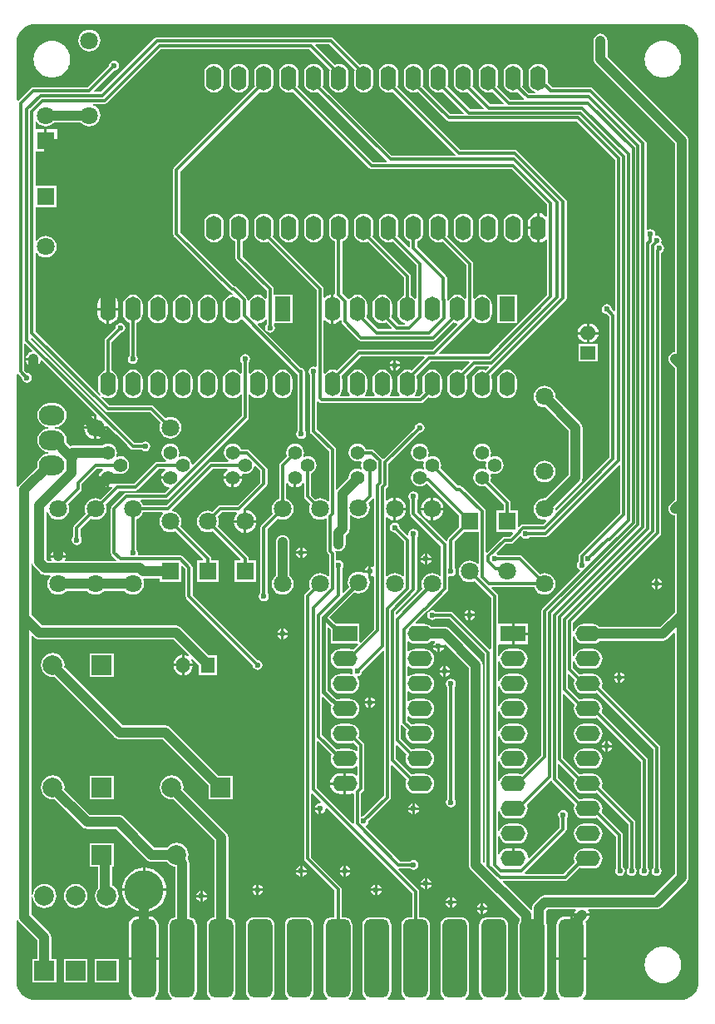
<source format=gtl>
G04*
G04 #@! TF.GenerationSoftware,Altium Limited,Altium Designer,21.0.8 (223)*
G04*
G04 Layer_Physical_Order=1*
G04 Layer_Color=255*
%FSLAX25Y25*%
%MOIN*%
G70*
G04*
G04 #@! TF.SameCoordinates,0DE2D123-2560-44B9-80CC-8921B81A5650*
G04*
G04*
G04 #@! TF.FilePolarity,Positive*
G04*
G01*
G75*
G04:AMPARAMS|DCode=34|XSize=98.43mil|YSize=314.96mil|CornerRadius=24.61mil|HoleSize=0mil|Usage=FLASHONLY|Rotation=180.000|XOffset=0mil|YOffset=0mil|HoleType=Round|Shape=RoundedRectangle|*
%AMROUNDEDRECTD34*
21,1,0.09843,0.26575,0,0,180.0*
21,1,0.04921,0.31496,0,0,180.0*
1,1,0.04921,-0.02461,0.13287*
1,1,0.04921,0.02461,0.13287*
1,1,0.04921,0.02461,-0.13287*
1,1,0.04921,-0.02461,-0.13287*
%
%ADD34ROUNDEDRECTD34*%
%ADD35C,0.01181*%
%ADD36C,0.03937*%
%ADD37C,0.01500*%
%ADD38C,0.05906*%
%ADD39R,0.06299X0.05512*%
%ADD40O,0.06299X0.05512*%
%ADD41R,0.05512X0.06299*%
%ADD42O,0.05512X0.06299*%
%ADD43C,0.07874*%
%ADD44R,0.07874X0.07874*%
%ADD45R,0.07087X0.07087*%
%ADD46C,0.07087*%
%ADD47C,0.05512*%
%ADD48O,0.06299X0.09843*%
%ADD49R,0.06299X0.09843*%
%ADD50O,0.09843X0.06299*%
%ADD51R,0.09843X0.06299*%
%ADD52O,0.10236X0.07874*%
%ADD53R,0.07874X0.07874*%
%ADD54C,0.03937*%
%ADD55C,0.02362*%
%ADD56C,0.15748*%
G36*
X164375Y258133D02*
X159108Y252867D01*
X158528Y253107D01*
X157500Y253243D01*
X156472Y253107D01*
X155515Y252711D01*
X154692Y252080D01*
X154061Y251257D01*
X153664Y250299D01*
X153529Y249272D01*
Y245728D01*
X153664Y244701D01*
X154061Y243743D01*
X154550Y243106D01*
X154313Y242606D01*
X150687D01*
X150450Y243106D01*
X150939Y243743D01*
X151336Y244701D01*
X151471Y245728D01*
Y249272D01*
X151336Y250299D01*
X150939Y251257D01*
X150308Y252080D01*
X149486Y252711D01*
X148528Y253107D01*
X147500Y253243D01*
X146472Y253107D01*
X145515Y252711D01*
X144692Y252080D01*
X144061Y251257D01*
X143664Y250299D01*
X143529Y249272D01*
Y245728D01*
X143664Y244701D01*
X144061Y243743D01*
X144550Y243106D01*
X144313Y242606D01*
X140687D01*
X140450Y243106D01*
X140939Y243743D01*
X141336Y244701D01*
X141471Y245728D01*
Y249272D01*
X141336Y250299D01*
X140939Y251257D01*
X140308Y252080D01*
X139486Y252711D01*
X138528Y253107D01*
X137500Y253243D01*
X136472Y253107D01*
X135514Y252711D01*
X134692Y252080D01*
X134061Y251257D01*
X133664Y250299D01*
X133529Y249272D01*
Y245728D01*
X133664Y244701D01*
X134061Y243743D01*
X134550Y243106D01*
X134313Y242606D01*
X130687D01*
X130450Y243106D01*
X130939Y243743D01*
X131336Y244701D01*
X131471Y245728D01*
Y249272D01*
X131336Y250299D01*
X131095Y250880D01*
X138810Y258595D01*
X164183D01*
X164375Y258133D01*
D02*
G37*
G36*
X144126Y201554D02*
Y174638D01*
X143626Y174371D01*
X143351Y174555D01*
X143000Y174624D01*
Y172500D01*
Y170376D01*
X143351Y170446D01*
X143626Y170630D01*
X144126Y170362D01*
Y149342D01*
X138709Y143924D01*
X138209Y144131D01*
Y151437D01*
X129008D01*
X126331Y154114D01*
X136253Y164036D01*
X136870Y163781D01*
X138000Y163632D01*
X139130Y163781D01*
X140184Y164217D01*
X141089Y164911D01*
X141783Y165816D01*
X142219Y166869D01*
X142368Y168000D01*
X142219Y169131D01*
X141907Y169884D01*
X142000Y169998D01*
Y172000D01*
X139998D01*
X139884Y171907D01*
X139130Y172219D01*
X138000Y172368D01*
X136870Y172219D01*
X135816Y171783D01*
X134911Y171089D01*
X134217Y170184D01*
X133781Y169131D01*
X133632Y168000D01*
X133781Y166869D01*
X134036Y166253D01*
X131867Y164084D01*
X131405Y164275D01*
Y173571D01*
X131419Y173581D01*
X131854Y174232D01*
X132007Y175000D01*
X131854Y175768D01*
X131419Y176419D01*
X130768Y176854D01*
X130000Y177007D01*
X129346Y176877D01*
X128846Y177152D01*
Y179694D01*
X128739Y180231D01*
X128580Y180470D01*
X128911Y180874D01*
X129281Y180721D01*
X130000Y180626D01*
X130719Y180721D01*
X131390Y180998D01*
X131965Y181440D01*
X132407Y182016D01*
X132685Y182686D01*
X132780Y183405D01*
Y186866D01*
X133596Y187683D01*
X134038Y188259D01*
X134316Y188929D01*
X134411Y189649D01*
Y194786D01*
X134884Y194947D01*
X134911Y194911D01*
X135816Y194217D01*
X136870Y193781D01*
X138000Y193632D01*
X139130Y193781D01*
X140184Y194217D01*
X141089Y194911D01*
X141783Y195816D01*
X142219Y196870D01*
X142368Y198000D01*
X142219Y199130D01*
X141896Y199910D01*
X143493Y201506D01*
X143626Y201706D01*
X144126Y201554D01*
D02*
G37*
G36*
X242690Y214766D02*
Y195834D01*
X226458Y179602D01*
X226153Y179146D01*
X226046Y178609D01*
Y176416D01*
X225626Y175787D01*
X225474Y175019D01*
X225626Y174251D01*
X226062Y173600D01*
X226616Y173230D01*
X226775Y172681D01*
X211664Y157570D01*
X211360Y157115D01*
X211253Y156577D01*
Y98968D01*
X203380Y91095D01*
X202799Y91336D01*
X201772Y91471D01*
X198228D01*
X197201Y91336D01*
X196243Y90939D01*
X195420Y90308D01*
X194789Y89486D01*
X194393Y88528D01*
X193905Y88607D01*
Y96393D01*
X194393Y96472D01*
X194789Y95515D01*
X195420Y94692D01*
X196243Y94061D01*
X197201Y93664D01*
X198228Y93529D01*
X201772D01*
X202799Y93664D01*
X203757Y94061D01*
X204580Y94692D01*
X205211Y95515D01*
X205607Y96472D01*
X205743Y97500D01*
X205607Y98528D01*
X205211Y99485D01*
X204580Y100308D01*
X203757Y100939D01*
X202799Y101336D01*
X201772Y101471D01*
X198228D01*
X197201Y101336D01*
X196243Y100939D01*
X195420Y100308D01*
X194789Y99485D01*
X194393Y98528D01*
X193905Y98607D01*
Y106393D01*
X194393Y106472D01*
X194789Y105515D01*
X195420Y104692D01*
X196243Y104061D01*
X197201Y103664D01*
X198228Y103529D01*
X201772D01*
X202799Y103664D01*
X203757Y104061D01*
X204580Y104692D01*
X205211Y105515D01*
X205607Y106472D01*
X205743Y107500D01*
X205607Y108528D01*
X205211Y109485D01*
X204580Y110308D01*
X203757Y110939D01*
X202799Y111336D01*
X201772Y111471D01*
X198228D01*
X197201Y111336D01*
X196243Y110939D01*
X195420Y110308D01*
X194789Y109485D01*
X194393Y108528D01*
X193905Y108607D01*
Y116393D01*
X194393Y116472D01*
X194789Y115515D01*
X195420Y114692D01*
X196243Y114061D01*
X197201Y113664D01*
X198228Y113529D01*
X201772D01*
X202799Y113664D01*
X203757Y114061D01*
X204580Y114692D01*
X205211Y115515D01*
X205607Y116472D01*
X205743Y117500D01*
X205607Y118528D01*
X205211Y119485D01*
X204580Y120308D01*
X203757Y120939D01*
X202799Y121336D01*
X201772Y121471D01*
X198228D01*
X197201Y121336D01*
X196243Y120939D01*
X195420Y120308D01*
X194789Y119485D01*
X194393Y118528D01*
X193905Y118607D01*
Y126393D01*
X194393Y126472D01*
X194789Y125514D01*
X195420Y124692D01*
X196243Y124061D01*
X197201Y123664D01*
X198228Y123529D01*
X201772D01*
X202799Y123664D01*
X203757Y124061D01*
X204580Y124692D01*
X205211Y125514D01*
X205607Y126472D01*
X205743Y127500D01*
X205607Y128528D01*
X205211Y129485D01*
X204580Y130308D01*
X203757Y130939D01*
X202799Y131336D01*
X201772Y131471D01*
X198228D01*
X197201Y131336D01*
X196243Y130939D01*
X195420Y130308D01*
X194789Y129485D01*
X194393Y128528D01*
X193905Y128607D01*
Y136393D01*
X194393Y136472D01*
X194789Y135514D01*
X195420Y134692D01*
X196243Y134061D01*
X197201Y133664D01*
X198228Y133529D01*
X201772D01*
X202799Y133664D01*
X203757Y134061D01*
X204580Y134692D01*
X205211Y135514D01*
X205607Y136472D01*
X205743Y137500D01*
X205607Y138528D01*
X205211Y139486D01*
X204580Y140308D01*
X203757Y140939D01*
X202799Y141336D01*
X201772Y141471D01*
X198228D01*
X197201Y141336D01*
X196243Y140939D01*
X195420Y140308D01*
X194789Y139486D01*
X194393Y138528D01*
X193905Y138607D01*
Y142922D01*
X194079Y143350D01*
X194405Y143350D01*
X199500D01*
Y147500D01*
Y151650D01*
X194405D01*
X194079Y151650D01*
X193905Y152078D01*
Y162500D01*
X193798Y163038D01*
X193493Y163494D01*
X191354Y165633D01*
X191545Y166095D01*
X208394D01*
X208717Y165316D01*
X209411Y164411D01*
X210316Y163717D01*
X211369Y163281D01*
X212500Y163132D01*
X213631Y163281D01*
X214684Y163717D01*
X215589Y164411D01*
X216283Y165316D01*
X216719Y166369D01*
X216868Y167500D01*
X216719Y168631D01*
X216283Y169684D01*
X215589Y170589D01*
X214684Y171283D01*
X213631Y171719D01*
X212500Y171868D01*
X211369Y171719D01*
X210590Y171397D01*
X203493Y178493D01*
X203038Y178798D01*
X202500Y178905D01*
X193929D01*
X193919Y178919D01*
X193365Y179290D01*
X193206Y179838D01*
X196963Y183595D01*
X199035D01*
X199573Y183702D01*
X200029Y184007D01*
X202678Y186656D01*
X203249Y186519D01*
X203581Y186022D01*
X204232Y185587D01*
X205000Y185434D01*
X205768Y185587D01*
X206419Y186022D01*
X206468Y186095D01*
X212784D01*
X213321Y186202D01*
X213777Y186506D01*
X242228Y214957D01*
X242690Y214766D01*
D02*
G37*
G36*
X186095Y175707D02*
X185622Y175546D01*
X185589Y175589D01*
X184684Y176283D01*
X183631Y176719D01*
X182500Y176868D01*
X181369Y176719D01*
X180316Y176283D01*
X179411Y175589D01*
X178717Y174684D01*
X178281Y173630D01*
X178132Y172500D01*
X178281Y171370D01*
X178717Y170316D01*
X179411Y169411D01*
X180316Y168717D01*
X181369Y168281D01*
X182500Y168132D01*
X183631Y168281D01*
X184410Y168604D01*
X191095Y161918D01*
Y141599D01*
X190595Y141392D01*
X175994Y155993D01*
X175538Y156298D01*
X175000Y156405D01*
X168929D01*
X168919Y156419D01*
X168268Y156854D01*
X167500Y157007D01*
X166732Y156854D01*
X166081Y156419D01*
X165646Y155768D01*
X165493Y155000D01*
X165646Y154232D01*
X166081Y153581D01*
X166732Y153146D01*
X167500Y152993D01*
X168268Y153146D01*
X168919Y153581D01*
X168929Y153595D01*
X174418D01*
X188595Y139418D01*
Y55989D01*
X188133Y55798D01*
X187780Y56151D01*
Y135000D01*
X187685Y135719D01*
X187407Y136390D01*
X186966Y136966D01*
X174466Y149466D01*
X173890Y149907D01*
X173219Y150185D01*
X172500Y150280D01*
X167101D01*
X167080Y150308D01*
X166257Y150939D01*
X165299Y151336D01*
X164272Y151471D01*
X160990D01*
X160783Y151971D01*
X164967Y156155D01*
X165372Y156425D01*
X173415Y164468D01*
X173719Y164924D01*
X173826Y165462D01*
Y170361D01*
X174326Y170627D01*
X175000Y170493D01*
X175768Y170646D01*
X176419Y171081D01*
X176854Y171732D01*
X177007Y172500D01*
X176854Y173268D01*
X176419Y173919D01*
X176405Y173929D01*
Y184418D01*
X178493Y186506D01*
X180156Y188169D01*
X186095D01*
Y175707D01*
D02*
G37*
G36*
X264720Y147636D02*
Y51151D01*
X256349Y42780D01*
X212625D01*
X211905Y42685D01*
X211235Y42407D01*
X210659Y41965D01*
X208353Y39659D01*
X207911Y39084D01*
X207633Y38413D01*
X207539Y37694D01*
Y37100D01*
X207039Y36893D01*
X195798Y48133D01*
X195989Y48595D01*
X220728D01*
X221266Y48702D01*
X221722Y49007D01*
X226620Y53905D01*
X227201Y53664D01*
X228228Y53529D01*
X231772D01*
X232799Y53664D01*
X233757Y54061D01*
X234580Y54692D01*
X235211Y55515D01*
X235607Y56472D01*
X235743Y57500D01*
X235607Y58528D01*
X235211Y59486D01*
X234580Y60308D01*
X233757Y60939D01*
X232799Y61336D01*
X231772Y61471D01*
X228228D01*
X227201Y61336D01*
X226243Y60939D01*
X225420Y60308D01*
X224789Y59486D01*
X224393Y58528D01*
X224257Y57500D01*
X224393Y56472D01*
X224633Y55892D01*
X220146Y51405D01*
X204773D01*
X204566Y51905D01*
X220993Y68332D01*
X221298Y68788D01*
X221405Y69325D01*
Y73571D01*
X221419Y73581D01*
X221854Y74232D01*
X222007Y75000D01*
X221854Y75768D01*
X221419Y76419D01*
X220768Y76854D01*
X220000Y77007D01*
X219232Y76854D01*
X218581Y76419D01*
X218146Y75768D01*
X217993Y75000D01*
X218146Y74232D01*
X218581Y73581D01*
X218595Y73571D01*
Y69907D01*
X206430Y57742D01*
X205902Y57921D01*
X205815Y58583D01*
X205396Y59593D01*
X204731Y60460D01*
X203864Y61125D01*
X202855Y61543D01*
X201772Y61685D01*
X200500D01*
Y57500D01*
X199500D01*
Y61685D01*
X198228D01*
X197145Y61543D01*
X196136Y61125D01*
X195269Y60460D01*
X194604Y59593D01*
X194405Y59113D01*
X193905Y59212D01*
Y66393D01*
X194393Y66472D01*
X194789Y65514D01*
X195420Y64692D01*
X196243Y64061D01*
X197201Y63664D01*
X198228Y63529D01*
X201772D01*
X202799Y63664D01*
X203757Y64061D01*
X204580Y64692D01*
X205211Y65514D01*
X205607Y66472D01*
X205743Y67500D01*
X205607Y68528D01*
X205211Y69485D01*
X204580Y70308D01*
X203757Y70939D01*
X202799Y71336D01*
X201772Y71471D01*
X198228D01*
X197201Y71336D01*
X196243Y70939D01*
X195420Y70308D01*
X194789Y69485D01*
X194393Y68528D01*
X193905Y68607D01*
Y76393D01*
X194393Y76472D01*
X194789Y75515D01*
X195420Y74692D01*
X196243Y74061D01*
X197201Y73664D01*
X198228Y73529D01*
X201772D01*
X202799Y73664D01*
X203757Y74061D01*
X204580Y74692D01*
X205211Y75515D01*
X205607Y76472D01*
X205743Y77500D01*
X205607Y78528D01*
X205367Y79108D01*
X214830Y88572D01*
X215403Y88437D01*
X215601Y88140D01*
X224633Y79108D01*
X224393Y78528D01*
X224257Y77500D01*
X224393Y76472D01*
X224789Y75515D01*
X225420Y74692D01*
X226243Y74061D01*
X227201Y73664D01*
X228228Y73529D01*
X231772D01*
X232799Y73664D01*
X233380Y73905D01*
X241095Y66190D01*
Y53575D01*
X240930Y53327D01*
X240777Y52559D01*
X240930Y51791D01*
X241365Y51140D01*
X242016Y50705D01*
X242784Y50552D01*
X243552Y50705D01*
X244203Y51140D01*
X244638Y51791D01*
X244791Y52559D01*
X244638Y53327D01*
X244203Y53978D01*
X243905Y54177D01*
Y66772D01*
X243798Y67309D01*
X243493Y67765D01*
X235367Y75892D01*
X235607Y76472D01*
X235743Y77500D01*
X235607Y78528D01*
X235211Y79485D01*
X234580Y80308D01*
X233757Y80939D01*
X232799Y81336D01*
X231772Y81471D01*
X228228D01*
X227201Y81336D01*
X226620Y81095D01*
X217999Y89716D01*
Y95089D01*
X218461Y95280D01*
X224633Y89108D01*
X224393Y88528D01*
X224257Y87500D01*
X224393Y86472D01*
X224789Y85514D01*
X225420Y84692D01*
X226243Y84061D01*
X227201Y83664D01*
X228228Y83529D01*
X231772D01*
X232799Y83664D01*
X233380Y83905D01*
X246095Y71190D01*
Y53929D01*
X246081Y53919D01*
X245646Y53268D01*
X245493Y52500D01*
X245646Y51732D01*
X246081Y51081D01*
X246732Y50646D01*
X247500Y50493D01*
X248268Y50646D01*
X248919Y51081D01*
X249354Y51732D01*
X249507Y52500D01*
X249354Y53268D01*
X248919Y53919D01*
X248905Y53929D01*
Y71772D01*
X248798Y72309D01*
X248493Y72765D01*
X235367Y85892D01*
X235607Y86472D01*
X235743Y87500D01*
X235607Y88528D01*
X235211Y89486D01*
X234580Y90308D01*
X233757Y90939D01*
X232799Y91336D01*
X231772Y91471D01*
X228228D01*
X227201Y91336D01*
X226620Y91095D01*
X219968Y97747D01*
Y123120D01*
X220430Y123312D01*
X224633Y119108D01*
X224393Y118528D01*
X224257Y117500D01*
X224393Y116472D01*
X224789Y115515D01*
X225420Y114692D01*
X226243Y114061D01*
X227201Y113664D01*
X228228Y113529D01*
X231772D01*
X232799Y113664D01*
X233380Y113905D01*
X251095Y96190D01*
Y53929D01*
X251081Y53919D01*
X250646Y53268D01*
X250493Y52500D01*
X250646Y51732D01*
X251081Y51081D01*
X251732Y50646D01*
X252500Y50493D01*
X253268Y50646D01*
X253919Y51081D01*
X254354Y51732D01*
X254507Y52500D01*
X254354Y53268D01*
X253919Y53919D01*
X253905Y53929D01*
Y96772D01*
X253798Y97309D01*
X253493Y97765D01*
X235367Y115892D01*
X235607Y116472D01*
X235743Y117500D01*
X235607Y118528D01*
X235211Y119485D01*
X234580Y120308D01*
X233757Y120939D01*
X232799Y121336D01*
X231772Y121471D01*
X228228D01*
X227201Y121336D01*
X226620Y121095D01*
X221936Y125779D01*
Y131152D01*
X222398Y131343D01*
X224633Y129108D01*
X224393Y128528D01*
X224257Y127500D01*
X224393Y126472D01*
X224789Y125514D01*
X225420Y124692D01*
X226243Y124061D01*
X227201Y123664D01*
X228228Y123529D01*
X231772D01*
X232799Y123664D01*
X233380Y123905D01*
X256095Y101190D01*
Y53929D01*
X256081Y53919D01*
X255646Y53268D01*
X255493Y52500D01*
X255646Y51732D01*
X256081Y51081D01*
X256732Y50646D01*
X257500Y50493D01*
X258268Y50646D01*
X258919Y51081D01*
X259354Y51732D01*
X259507Y52500D01*
X259354Y53268D01*
X258919Y53919D01*
X258905Y53929D01*
Y101772D01*
X258798Y102309D01*
X258493Y102765D01*
X235367Y125892D01*
X235607Y126472D01*
X235743Y127500D01*
X235607Y128528D01*
X235211Y129485D01*
X234580Y130308D01*
X233757Y130939D01*
X232799Y131336D01*
X231772Y131471D01*
X228228D01*
X227201Y131336D01*
X226620Y131095D01*
X223905Y133810D01*
Y136393D01*
X224393Y136472D01*
X224789Y135514D01*
X225420Y134692D01*
X226243Y134061D01*
X227201Y133664D01*
X228228Y133529D01*
X231772D01*
X232799Y133664D01*
X233757Y134061D01*
X234580Y134692D01*
X235211Y135514D01*
X235607Y136472D01*
X235743Y137500D01*
X235607Y138528D01*
X235211Y139486D01*
X234580Y140308D01*
X233757Y140939D01*
X232799Y141336D01*
X231772Y141471D01*
X228228D01*
X227201Y141336D01*
X226243Y140939D01*
X225420Y140308D01*
X224789Y139486D01*
X224393Y138528D01*
X223905Y138607D01*
Y146393D01*
X224393Y146472D01*
X224789Y145515D01*
X225420Y144692D01*
X226243Y144061D01*
X227201Y143664D01*
X228228Y143529D01*
X231772D01*
X232799Y143664D01*
X233757Y144061D01*
X234580Y144692D01*
X234601Y144720D01*
X260000D01*
X260719Y144815D01*
X261390Y145093D01*
X261965Y145535D01*
X264258Y147827D01*
X264720Y147636D01*
D02*
G37*
G36*
X168649Y144220D02*
X168428Y144072D01*
X167946Y143351D01*
X167876Y143000D01*
X172275D01*
X172553Y143398D01*
X172654Y143414D01*
X182220Y133849D01*
Y55000D01*
X182315Y54281D01*
X182593Y53610D01*
X183035Y53035D01*
X202452Y33617D01*
Y32531D01*
X202372Y32425D01*
X202044Y31635D01*
X201933Y30787D01*
Y4213D01*
X202044Y3365D01*
X202372Y2575D01*
X202892Y1896D01*
X203383Y1519D01*
X203213Y1020D01*
X196535D01*
X196365Y1519D01*
X196856Y1896D01*
X197377Y2575D01*
X197704Y3365D01*
X197815Y4213D01*
Y30787D01*
X197704Y31635D01*
X197377Y32425D01*
X196856Y33104D01*
X196177Y33625D01*
X195387Y33952D01*
X194539Y34064D01*
X189618D01*
X188770Y33952D01*
X187980Y33625D01*
X187302Y33104D01*
X186781Y32425D01*
X186454Y31635D01*
X186342Y30787D01*
Y4213D01*
X186454Y3365D01*
X186781Y2575D01*
X187302Y1896D01*
X187792Y1519D01*
X187623Y1020D01*
X180944D01*
X180775Y1519D01*
X181265Y1896D01*
X181786Y2575D01*
X182113Y3365D01*
X182225Y4213D01*
Y30787D01*
X182113Y31635D01*
X181786Y32425D01*
X181265Y33104D01*
X180587Y33625D01*
X179797Y33952D01*
X178949Y34064D01*
X174028D01*
X173180Y33952D01*
X172389Y33625D01*
X171711Y33104D01*
X171190Y32425D01*
X170863Y31635D01*
X170752Y30787D01*
Y4213D01*
X170863Y3365D01*
X171190Y2575D01*
X171711Y1896D01*
X172202Y1519D01*
X172032Y1020D01*
X165354D01*
X165184Y1519D01*
X165675Y1896D01*
X166195Y2575D01*
X166523Y3365D01*
X166634Y4213D01*
Y30787D01*
X166523Y31635D01*
X166195Y32425D01*
X165675Y33104D01*
X164996Y33625D01*
X164206Y33952D01*
X163358Y34064D01*
X162303D01*
Y44102D01*
X162196Y44640D01*
X161891Y45096D01*
X153892Y53095D01*
X154099Y53595D01*
X158571D01*
X158581Y53581D01*
X159232Y53146D01*
X160000Y52993D01*
X160768Y53146D01*
X161419Y53581D01*
X161854Y54232D01*
X162007Y55000D01*
X161854Y55768D01*
X161419Y56419D01*
X160768Y56854D01*
X160000Y57007D01*
X159232Y56854D01*
X158581Y56419D01*
X158571Y56405D01*
X154463D01*
X140706Y70162D01*
X140865Y70710D01*
X141419Y71081D01*
X141854Y71732D01*
X142007Y72500D01*
X142004Y72517D01*
X150462Y80975D01*
X150767Y81431D01*
X150873Y81968D01*
Y94715D01*
X151335Y94906D01*
X157133Y89108D01*
X156893Y88528D01*
X156757Y87500D01*
X156893Y86472D01*
X157289Y85514D01*
X157920Y84692D01*
X158743Y84061D01*
X159701Y83664D01*
X160728Y83529D01*
X164272D01*
X165299Y83664D01*
X166257Y84061D01*
X167080Y84692D01*
X167711Y85514D01*
X168107Y86472D01*
X168243Y87500D01*
X168107Y88528D01*
X167711Y89486D01*
X167080Y90308D01*
X166257Y90939D01*
X165299Y91336D01*
X164272Y91471D01*
X160728D01*
X159701Y91336D01*
X159120Y91095D01*
X152842Y97373D01*
Y102746D01*
X153304Y102938D01*
X157133Y99108D01*
X156893Y98528D01*
X156757Y97500D01*
X156893Y96472D01*
X157289Y95515D01*
X157920Y94692D01*
X158743Y94061D01*
X159701Y93664D01*
X160728Y93529D01*
X164272D01*
X165299Y93664D01*
X166257Y94061D01*
X167080Y94692D01*
X167711Y95515D01*
X168107Y96472D01*
X168243Y97500D01*
X168107Y98528D01*
X167711Y99485D01*
X167080Y100308D01*
X166257Y100939D01*
X165299Y101336D01*
X164272Y101471D01*
X160728D01*
X159701Y101336D01*
X159120Y101095D01*
X154810Y105405D01*
Y110744D01*
X154905Y110813D01*
X155310Y110931D01*
X157133Y109108D01*
X156893Y108528D01*
X156757Y107500D01*
X156893Y106472D01*
X157289Y105515D01*
X157920Y104692D01*
X158743Y104061D01*
X159701Y103664D01*
X160728Y103529D01*
X164272D01*
X165299Y103664D01*
X166257Y104061D01*
X167080Y104692D01*
X167711Y105515D01*
X168107Y106472D01*
X168243Y107500D01*
X168107Y108528D01*
X167711Y109485D01*
X167080Y110308D01*
X166257Y110939D01*
X165299Y111336D01*
X164272Y111471D01*
X160728D01*
X159701Y111336D01*
X159120Y111095D01*
X157606Y112610D01*
Y114313D01*
X158106Y114550D01*
X158743Y114061D01*
X159701Y113664D01*
X160728Y113529D01*
X164272D01*
X165299Y113664D01*
X166257Y114061D01*
X167080Y114692D01*
X167711Y115515D01*
X168107Y116472D01*
X168243Y117500D01*
X168107Y118528D01*
X167711Y119485D01*
X167080Y120308D01*
X166257Y120939D01*
X165299Y121336D01*
X164272Y121471D01*
X160728D01*
X159701Y121336D01*
X158743Y120939D01*
X158106Y120450D01*
X157606Y120687D01*
Y124313D01*
X158106Y124550D01*
X158743Y124061D01*
X159701Y123664D01*
X160728Y123529D01*
X164272D01*
X165299Y123664D01*
X166257Y124061D01*
X167080Y124692D01*
X167711Y125514D01*
X168107Y126472D01*
X168243Y127500D01*
X168107Y128528D01*
X167711Y129485D01*
X167080Y130308D01*
X166257Y130939D01*
X165299Y131336D01*
X164272Y131471D01*
X160728D01*
X159701Y131336D01*
X158743Y130939D01*
X158106Y130450D01*
X157606Y130687D01*
Y134313D01*
X158106Y134550D01*
X158743Y134061D01*
X159701Y133664D01*
X160728Y133529D01*
X164272D01*
X165299Y133664D01*
X166257Y134061D01*
X167080Y134692D01*
X167711Y135514D01*
X168107Y136472D01*
X168243Y137500D01*
X168107Y138528D01*
X167711Y139486D01*
X167080Y140308D01*
X166257Y140939D01*
X165299Y141336D01*
X164272Y141471D01*
X160728D01*
X159701Y141336D01*
X158743Y140939D01*
X158106Y140450D01*
X157606Y140687D01*
Y144313D01*
X158106Y144550D01*
X158743Y144061D01*
X159701Y143664D01*
X160728Y143529D01*
X164272D01*
X165299Y143664D01*
X166257Y144061D01*
X167080Y144692D01*
X167101Y144720D01*
X168497D01*
X168649Y144220D01*
D02*
G37*
G36*
X126791Y149220D02*
Y143563D01*
X137641D01*
X137848Y143063D01*
X135880Y141095D01*
X135299Y141336D01*
X134272Y141471D01*
X130728D01*
X129701Y141336D01*
X128743Y140939D01*
X127920Y140308D01*
X127289Y139486D01*
X126893Y138528D01*
X126757Y137500D01*
X126893Y136472D01*
X127289Y135514D01*
X127920Y134692D01*
X128743Y134061D01*
X129701Y133664D01*
X130728Y133529D01*
X134272D01*
X135299Y133664D01*
X135313Y133670D01*
X135646Y133268D01*
X135493Y132500D01*
X135646Y131732D01*
X135313Y131330D01*
X135299Y131336D01*
X134272Y131471D01*
X130728D01*
X129701Y131336D01*
X128743Y130939D01*
X127920Y130308D01*
X127289Y129485D01*
X126893Y128528D01*
X126757Y127500D01*
X126893Y126472D01*
X127289Y125514D01*
X127920Y124692D01*
X128743Y124061D01*
X129701Y123664D01*
X130728Y123529D01*
X134272D01*
X135299Y123664D01*
X136257Y124061D01*
X137080Y124692D01*
X137711Y125514D01*
X138107Y126472D01*
X138243Y127500D01*
X138107Y128528D01*
X137711Y129485D01*
X137298Y130023D01*
X137412Y130289D01*
X137559Y130505D01*
X138268Y130646D01*
X138919Y131081D01*
X139354Y131732D01*
X139507Y132500D01*
X139504Y132517D01*
X147602Y140615D01*
X148064Y140423D01*
Y82551D01*
X140017Y74504D01*
X140000Y74507D01*
X139346Y74377D01*
X138846Y74652D01*
Y83684D01*
X139793Y84631D01*
X140097Y85087D01*
X140204Y85625D01*
Y102972D01*
X140097Y103510D01*
X139793Y103966D01*
X137867Y105892D01*
X138107Y106472D01*
X138243Y107500D01*
X138107Y108528D01*
X137711Y109485D01*
X137080Y110308D01*
X136257Y110939D01*
X135299Y111336D01*
X134272Y111471D01*
X130728D01*
X129701Y111336D01*
X128743Y110939D01*
X127920Y110308D01*
X127289Y109485D01*
X126893Y108528D01*
X126757Y107500D01*
X126893Y106472D01*
X127289Y105515D01*
X127920Y104692D01*
X128743Y104061D01*
X129701Y103664D01*
X130728Y103529D01*
X134272D01*
X135299Y103664D01*
X135880Y103905D01*
X137394Y102391D01*
Y100687D01*
X136894Y100450D01*
X136257Y100939D01*
X135299Y101336D01*
X134272Y101471D01*
X130728D01*
X129701Y101336D01*
X129120Y101095D01*
X123277Y106938D01*
Y122081D01*
X123739Y122273D01*
X127066Y118946D01*
X126893Y118528D01*
X126757Y117500D01*
X126893Y116472D01*
X127289Y115515D01*
X127920Y114692D01*
X128743Y114061D01*
X129701Y113664D01*
X130728Y113529D01*
X134272D01*
X135299Y113664D01*
X136257Y114061D01*
X137080Y114692D01*
X137711Y115515D01*
X138107Y116472D01*
X138243Y117500D01*
X138107Y118528D01*
X137711Y119485D01*
X137080Y120308D01*
X136257Y120939D01*
X135299Y121336D01*
X134272Y121471D01*
X130728D01*
X129701Y121336D01*
X129283Y121162D01*
X125567Y124878D01*
Y149791D01*
X126030Y149982D01*
X126791Y149220D01*
D02*
G37*
G36*
X127133Y99108D02*
X126893Y98528D01*
X126757Y97500D01*
X126893Y96472D01*
X127289Y95515D01*
X127920Y94692D01*
X128743Y94061D01*
X129701Y93664D01*
X130728Y93529D01*
X134272D01*
X135299Y93664D01*
X136257Y94061D01*
X136894Y94550D01*
X137394Y94313D01*
Y90965D01*
X136894Y90718D01*
X136364Y91125D01*
X135355Y91543D01*
X134272Y91685D01*
X133000D01*
Y87500D01*
Y83315D01*
X134272D01*
X135355Y83457D01*
X135620Y83567D01*
X136036Y83289D01*
Y71658D01*
X135536Y71451D01*
X121309Y85678D01*
Y104280D01*
X121770Y104471D01*
X127133Y99108D01*
D02*
G37*
G36*
X122849Y80164D02*
X122603Y79703D01*
X122500Y79724D01*
X121649Y79554D01*
X120928Y79072D01*
X120446Y78351D01*
X120376Y78000D01*
X122500D01*
Y77500D01*
X123000D01*
Y75376D01*
X123351Y75445D01*
X124073Y75928D01*
X124555Y76649D01*
X124724Y77500D01*
X124703Y77603D01*
X125164Y77849D01*
X159493Y43520D01*
Y34064D01*
X158437D01*
X157589Y33952D01*
X156799Y33625D01*
X156121Y33104D01*
X155600Y32425D01*
X155273Y31635D01*
X155161Y30787D01*
Y4213D01*
X155273Y3365D01*
X155600Y2575D01*
X156121Y1896D01*
X156611Y1519D01*
X156441Y1020D01*
X149763D01*
X149593Y1519D01*
X150084Y1896D01*
X150605Y2575D01*
X150932Y3365D01*
X151044Y4213D01*
Y30787D01*
X150932Y31635D01*
X150605Y32425D01*
X150084Y33104D01*
X149406Y33625D01*
X148616Y33952D01*
X147768Y34064D01*
X142847D01*
X141999Y33952D01*
X141208Y33625D01*
X140530Y33104D01*
X140009Y32425D01*
X139682Y31635D01*
X139570Y30787D01*
Y4213D01*
X139682Y3365D01*
X140009Y2575D01*
X140530Y1896D01*
X141021Y1519D01*
X140851Y1020D01*
X134149D01*
X133979Y1519D01*
X134470Y1896D01*
X134991Y2575D01*
X135318Y3365D01*
X135430Y4213D01*
Y30787D01*
X135318Y31635D01*
X134991Y32425D01*
X134470Y33104D01*
X133792Y33625D01*
X133001Y33952D01*
X132153Y34064D01*
X131098D01*
Y45307D01*
X130991Y45845D01*
X130686Y46301D01*
X118905Y58082D01*
Y83401D01*
X119405Y83608D01*
X122849Y80164D01*
D02*
G37*
G36*
X269434Y391243D02*
X270653Y390738D01*
X271749Y390005D01*
X272682Y389072D01*
X273415Y387975D01*
X273920Y386757D01*
X274177Y385463D01*
Y384803D01*
Y7697D01*
Y7039D01*
X273921Y5749D01*
X273417Y4534D01*
X272687Y3440D01*
X271757Y2510D01*
X270663Y1780D01*
X269448Y1276D01*
X268158Y1020D01*
X267500Y1020D01*
X228065D01*
X227895Y1519D01*
X228189Y1744D01*
X228743Y2467D01*
X229092Y3309D01*
X229211Y4213D01*
Y17000D01*
X223260D01*
X217309D01*
Y4213D01*
X217428Y3309D01*
X217776Y2467D01*
X218331Y1744D01*
X218624Y1519D01*
X218454Y1020D01*
X212125D01*
X211956Y1519D01*
X212446Y1896D01*
X212967Y2575D01*
X213294Y3365D01*
X213406Y4213D01*
Y30787D01*
X213294Y31635D01*
X213098Y32109D01*
Y36542D01*
X213776Y37220D01*
X224832D01*
X225078Y36720D01*
X224907Y36497D01*
X224608Y35775D01*
X224572Y35500D01*
X230428D01*
X230392Y35775D01*
X230093Y36497D01*
X229922Y36720D01*
X230168Y37220D01*
X257500D01*
X258219Y37315D01*
X258890Y37593D01*
X259466Y38034D01*
X269465Y48035D01*
X269907Y48610D01*
X270185Y49281D01*
X270280Y50000D01*
Y155000D01*
Y200000D01*
Y255000D01*
Y345000D01*
X270185Y345719D01*
X269907Y346390D01*
X269465Y346966D01*
X237780Y378651D01*
Y385000D01*
X237685Y385719D01*
X237407Y386390D01*
X236965Y386965D01*
X236390Y387407D01*
X235719Y387685D01*
X235000Y387780D01*
X234281Y387685D01*
X233610Y387407D01*
X233034Y386965D01*
X232593Y386390D01*
X232315Y385719D01*
X232220Y385000D01*
Y377500D01*
X232315Y376781D01*
X232593Y376110D01*
X233034Y375535D01*
X264720Y343849D01*
Y260243D01*
X264281Y260185D01*
X263610Y259907D01*
X263035Y259466D01*
X262593Y258890D01*
X262315Y258219D01*
X262220Y257500D01*
X262315Y256781D01*
X262593Y256110D01*
X263035Y255535D01*
X264720Y253849D01*
Y201151D01*
X263035Y199466D01*
X262593Y198890D01*
X262315Y198219D01*
X262220Y197500D01*
X262315Y196781D01*
X262593Y196110D01*
X263035Y195535D01*
X263610Y195093D01*
X264281Y194815D01*
X264720Y194757D01*
Y156151D01*
X258849Y150280D01*
X234601D01*
X234580Y150308D01*
X233757Y150939D01*
X232799Y151336D01*
X231772Y151471D01*
X228228D01*
X227201Y151336D01*
X226243Y150939D01*
X225420Y150308D01*
X224789Y149486D01*
X224393Y148528D01*
X223905Y148607D01*
Y151918D01*
X258868Y186881D01*
X259172Y187336D01*
X259279Y187874D01*
Y300027D01*
X259884Y300431D01*
X260319Y301082D01*
X260472Y301850D01*
X260319Y302619D01*
X259884Y303270D01*
X259489Y303533D01*
X259307Y304161D01*
X259354Y304232D01*
X259507Y305000D01*
X259354Y305768D01*
X258919Y306419D01*
X258268Y306854D01*
X257500Y307007D01*
X257326Y306973D01*
X256973Y307326D01*
X257007Y307500D01*
X256854Y308268D01*
X256419Y308919D01*
X255768Y309354D01*
X255000Y309507D01*
X254232Y309354D01*
X253873Y309115D01*
X253374Y309382D01*
Y343970D01*
X253267Y344508D01*
X252962Y344964D01*
X231932Y365993D01*
X231476Y366298D01*
X230939Y366405D01*
X215582D01*
X214178Y367809D01*
X213937Y367970D01*
X213971Y368228D01*
Y371772D01*
X213836Y372799D01*
X213439Y373757D01*
X212808Y374580D01*
X211985Y375211D01*
X211028Y375607D01*
X210000Y375743D01*
X208972Y375607D01*
X208014Y375211D01*
X207192Y374580D01*
X206561Y373757D01*
X206164Y372799D01*
X206029Y371772D01*
Y368228D01*
X206164Y367201D01*
X206561Y366243D01*
X207192Y365420D01*
X208014Y364789D01*
X208972Y364393D01*
X208893Y363905D01*
X206310D01*
X203595Y366620D01*
X203836Y367201D01*
X203971Y368228D01*
Y371772D01*
X203836Y372799D01*
X203439Y373757D01*
X202808Y374580D01*
X201986Y375211D01*
X201028Y375607D01*
X200000Y375743D01*
X198972Y375607D01*
X198014Y375211D01*
X197192Y374580D01*
X196561Y373757D01*
X196164Y372799D01*
X196029Y371772D01*
Y368228D01*
X196164Y367201D01*
X196561Y366243D01*
X197192Y365420D01*
X198014Y364789D01*
X198972Y364393D01*
X200000Y364257D01*
X201028Y364393D01*
X201608Y364633D01*
X204337Y361905D01*
X204129Y361405D01*
X198810D01*
X193595Y366620D01*
X193836Y367201D01*
X193971Y368228D01*
Y371772D01*
X193836Y372799D01*
X193439Y373757D01*
X192808Y374580D01*
X191985Y375211D01*
X191028Y375607D01*
X190000Y375743D01*
X188972Y375607D01*
X188014Y375211D01*
X187192Y374580D01*
X186561Y373757D01*
X186164Y372799D01*
X186029Y371772D01*
Y368228D01*
X186164Y367201D01*
X186561Y366243D01*
X187192Y365420D01*
X188014Y364789D01*
X188972Y364393D01*
X190000Y364257D01*
X191028Y364393D01*
X191608Y364633D01*
X196343Y359898D01*
X196152Y359436D01*
X190779D01*
X183595Y366620D01*
X183836Y367201D01*
X183971Y368228D01*
Y371772D01*
X183836Y372799D01*
X183439Y373757D01*
X182808Y374580D01*
X181985Y375211D01*
X181028Y375607D01*
X180000Y375743D01*
X178972Y375607D01*
X178015Y375211D01*
X177192Y374580D01*
X176561Y373757D01*
X176164Y372799D01*
X176029Y371772D01*
Y368228D01*
X176164Y367201D01*
X176561Y366243D01*
X177192Y365420D01*
X178015Y364789D01*
X178972Y364393D01*
X180000Y364257D01*
X181028Y364393D01*
X181608Y364633D01*
X188312Y357930D01*
X188120Y357468D01*
X182747D01*
X173595Y366620D01*
X173836Y367201D01*
X173971Y368228D01*
Y371772D01*
X173836Y372799D01*
X173439Y373757D01*
X172808Y374580D01*
X171985Y375211D01*
X171028Y375607D01*
X170000Y375743D01*
X168972Y375607D01*
X168015Y375211D01*
X167192Y374580D01*
X166561Y373757D01*
X166164Y372799D01*
X166029Y371772D01*
Y368228D01*
X166164Y367201D01*
X166561Y366243D01*
X167192Y365420D01*
X168015Y364789D01*
X168972Y364393D01*
X170000Y364257D01*
X171028Y364393D01*
X171608Y364633D01*
X180280Y355961D01*
X180089Y355499D01*
X174716D01*
X163595Y366620D01*
X163836Y367201D01*
X163971Y368228D01*
Y371772D01*
X163836Y372799D01*
X163439Y373757D01*
X162808Y374580D01*
X161986Y375211D01*
X161028Y375607D01*
X160000Y375743D01*
X158972Y375607D01*
X158015Y375211D01*
X157192Y374580D01*
X156561Y373757D01*
X156164Y372799D01*
X156029Y371772D01*
Y368228D01*
X156164Y367201D01*
X156561Y366243D01*
X157192Y365420D01*
X158015Y364789D01*
X158972Y364393D01*
X160000Y364257D01*
X161028Y364393D01*
X161608Y364633D01*
X173140Y353101D01*
X173596Y352797D01*
X174134Y352690D01*
X225324D01*
X240721Y337292D01*
Y276919D01*
X240259Y276728D01*
X239504Y277483D01*
X239507Y277500D01*
X239354Y278268D01*
X238919Y278919D01*
X238268Y279354D01*
X237500Y279507D01*
X236732Y279354D01*
X236081Y278919D01*
X235646Y278268D01*
X235493Y277500D01*
X235646Y276732D01*
X236081Y276081D01*
X236732Y275646D01*
X237500Y275493D01*
X237517Y275496D01*
X238595Y274418D01*
Y218082D01*
X217275Y196762D01*
X216802Y196996D01*
X216868Y197500D01*
X216817Y197886D01*
X226965Y208034D01*
X227407Y208610D01*
X227685Y209281D01*
X227780Y210000D01*
Y230000D01*
X227685Y230719D01*
X227407Y231390D01*
X226965Y231965D01*
X216817Y242114D01*
X216868Y242500D01*
X216719Y243631D01*
X216283Y244684D01*
X215589Y245589D01*
X214684Y246283D01*
X213631Y246719D01*
X212500Y246868D01*
X211369Y246719D01*
X210316Y246283D01*
X209411Y245589D01*
X208717Y244684D01*
X208281Y243631D01*
X208132Y242500D01*
X208281Y241370D01*
X208717Y240316D01*
X209411Y239411D01*
X210316Y238717D01*
X211369Y238281D01*
X212500Y238132D01*
X212886Y238183D01*
X222220Y228849D01*
Y211151D01*
X212886Y201817D01*
X212500Y201868D01*
X211369Y201719D01*
X210316Y201283D01*
X209411Y200589D01*
X208717Y199684D01*
X208281Y198630D01*
X208132Y197500D01*
X208281Y196370D01*
X208717Y195316D01*
X209411Y194411D01*
X210316Y193717D01*
X211369Y193281D01*
X212500Y193132D01*
X213004Y193198D01*
X213238Y192725D01*
X211918Y191405D01*
X203881D01*
X203343Y191298D01*
X202888Y190993D01*
X202293Y190399D01*
X201831Y190590D01*
Y196831D01*
X198905D01*
Y200000D01*
X198798Y200538D01*
X198494Y200993D01*
X190794Y208693D01*
X190952Y209075D01*
X191074Y210000D01*
X190952Y210925D01*
X190782Y211335D01*
X191165Y211718D01*
X191575Y211548D01*
X192500Y211426D01*
X193425Y211548D01*
X194287Y211905D01*
X195027Y212473D01*
X195595Y213213D01*
X195952Y214075D01*
X196074Y215000D01*
X195952Y215925D01*
X195595Y216787D01*
X195027Y217527D01*
X194287Y218095D01*
X193425Y218452D01*
X192500Y218574D01*
X191575Y218452D01*
X191165Y218282D01*
X190782Y218665D01*
X190952Y219075D01*
X191074Y220000D01*
X190952Y220925D01*
X190595Y221787D01*
X190027Y222527D01*
X189287Y223095D01*
X188425Y223452D01*
X187500Y223574D01*
X186575Y223452D01*
X185713Y223095D01*
X184973Y222527D01*
X184405Y221787D01*
X184048Y220925D01*
X183926Y220000D01*
X184048Y219075D01*
X184405Y218213D01*
X184973Y217473D01*
X185713Y216905D01*
X186575Y216548D01*
X187500Y216426D01*
X188425Y216548D01*
X188835Y216718D01*
X189218Y216335D01*
X189048Y215925D01*
X188926Y215000D01*
X189048Y214075D01*
X189218Y213665D01*
X188835Y213282D01*
X188425Y213452D01*
X187500Y213574D01*
X186575Y213452D01*
X185713Y213095D01*
X184973Y212527D01*
X184405Y211787D01*
X184048Y210925D01*
X183926Y210000D01*
X184048Y209075D01*
X184405Y208213D01*
X184973Y207473D01*
X185713Y206905D01*
X186575Y206548D01*
X187500Y206426D01*
X188425Y206548D01*
X188807Y206706D01*
X196095Y199418D01*
Y196831D01*
X193169D01*
Y188169D01*
X199564D01*
X199756Y187707D01*
X198453Y186405D01*
X196381D01*
X195843Y186298D01*
X195387Y185994D01*
X189405Y180011D01*
X188905Y180218D01*
Y196535D01*
X188798Y197073D01*
X188494Y197529D01*
X179636Y206386D01*
X179180Y206691D01*
X178643Y206798D01*
X177689D01*
X170794Y213693D01*
X170952Y214075D01*
X171074Y215000D01*
X170952Y215925D01*
X170595Y216787D01*
X170027Y217527D01*
X169287Y218095D01*
X168425Y218452D01*
X167500Y218574D01*
X166575Y218452D01*
X166165Y218282D01*
X165782Y218665D01*
X165952Y219075D01*
X166074Y220000D01*
X165952Y220925D01*
X165595Y221787D01*
X165027Y222527D01*
X164287Y223095D01*
X163425Y223452D01*
X162500Y223574D01*
X161575Y223452D01*
X160713Y223095D01*
X159973Y222527D01*
X159405Y221787D01*
X159048Y220925D01*
X158926Y220000D01*
X159048Y219075D01*
X159405Y218213D01*
X159973Y217473D01*
X160713Y216905D01*
X161575Y216548D01*
X162500Y216426D01*
X163425Y216548D01*
X163835Y216718D01*
X164218Y216335D01*
X164048Y215925D01*
X163926Y215000D01*
X164048Y214075D01*
X164218Y213665D01*
X163835Y213282D01*
X163425Y213452D01*
X162500Y213574D01*
X161575Y213452D01*
X160713Y213095D01*
X159973Y212527D01*
X159405Y211787D01*
X159048Y210925D01*
X158926Y210000D01*
X159048Y209075D01*
X159405Y208213D01*
X159973Y207473D01*
X160713Y206905D01*
X161575Y206548D01*
X162500Y206426D01*
X163425Y206548D01*
X164287Y206905D01*
X165027Y207473D01*
X165509Y207504D01*
X178169Y194844D01*
Y190156D01*
X176506Y188494D01*
X174006Y185994D01*
X173702Y185538D01*
X173595Y185000D01*
Y184689D01*
X173095Y184482D01*
X161405Y196172D01*
Y201071D01*
X161419Y201081D01*
X161854Y201732D01*
X162007Y202500D01*
X161854Y203268D01*
X161419Y203919D01*
X160768Y204354D01*
X160000Y204507D01*
X159232Y204354D01*
X158581Y203919D01*
X158146Y203268D01*
X157993Y202500D01*
X158146Y201732D01*
X158581Y201081D01*
X158595Y201071D01*
Y195590D01*
X158702Y195052D01*
X159007Y194596D01*
X171016Y182587D01*
Y170772D01*
X170516Y170644D01*
X169684Y171283D01*
X168631Y171719D01*
X167500Y171868D01*
X166369Y171719D01*
X165316Y171283D01*
X164411Y170589D01*
X163717Y169684D01*
X163281Y168631D01*
X163132Y167500D01*
X163281Y166369D01*
X163603Y165590D01*
X153304Y155291D01*
X152842Y155482D01*
Y156112D01*
X160994Y164263D01*
X161298Y164719D01*
X161405Y165256D01*
Y186012D01*
X161419Y186022D01*
X161854Y186673D01*
X162007Y187441D01*
X161854Y188209D01*
X161419Y188860D01*
X160768Y189295D01*
X160000Y189448D01*
X159232Y189295D01*
X158581Y188860D01*
X158146Y188209D01*
X157993Y187441D01*
X158038Y187215D01*
X157577Y186969D01*
X154504Y190042D01*
X154507Y190059D01*
X154354Y190827D01*
X153919Y191478D01*
X153268Y191913D01*
X152500Y192066D01*
X151732Y191913D01*
X151081Y191478D01*
X150646Y190827D01*
X150493Y190059D01*
X150646Y189291D01*
X151081Y188640D01*
X151732Y188205D01*
X152500Y188052D01*
X152517Y188055D01*
X156095Y184477D01*
Y170706D01*
X155622Y170546D01*
X155589Y170589D01*
X154684Y171283D01*
X153630Y171719D01*
X152500Y171868D01*
X151370Y171719D01*
X150316Y171283D01*
X149411Y170589D01*
X149378Y170546D01*
X148905Y170706D01*
Y193950D01*
X149405Y194148D01*
X150209Y193531D01*
X151314Y193074D01*
X152000Y192983D01*
Y197500D01*
Y202017D01*
X151314Y201926D01*
X150209Y201469D01*
X149405Y200852D01*
X148905Y201050D01*
Y205508D01*
X149596Y206199D01*
X149900Y206655D01*
X150007Y207193D01*
Y215520D01*
X162483Y227996D01*
X162500Y227993D01*
X163268Y228146D01*
X163919Y228581D01*
X164354Y229232D01*
X164507Y230000D01*
X164354Y230768D01*
X163919Y231419D01*
X163268Y231854D01*
X162500Y232007D01*
X161732Y231854D01*
X161081Y231419D01*
X160646Y230768D01*
X160493Y230000D01*
X160496Y229983D01*
X148143Y217630D01*
X147645Y217679D01*
X147627Y217706D01*
X144340Y220993D01*
X143884Y221298D01*
X143346Y221405D01*
X140753D01*
X140595Y221787D01*
X140027Y222527D01*
X139287Y223095D01*
X138425Y223452D01*
X137500Y223574D01*
X136575Y223452D01*
X135713Y223095D01*
X134973Y222527D01*
X134405Y221787D01*
X134048Y220925D01*
X133926Y220000D01*
X134048Y219075D01*
X134405Y218213D01*
X134973Y217473D01*
X135713Y216905D01*
X136575Y216548D01*
X137500Y216426D01*
X138425Y216548D01*
X138835Y216718D01*
X139218Y216335D01*
X139048Y215925D01*
X138926Y215000D01*
X139048Y214075D01*
X139218Y213665D01*
X138835Y213282D01*
X138425Y213452D01*
X137500Y213574D01*
X136575Y213452D01*
X135713Y213095D01*
X134973Y212527D01*
X134405Y211787D01*
X134048Y210925D01*
X133926Y210000D01*
X133934Y209939D01*
X129665Y205670D01*
X129346Y205254D01*
X128846Y205424D01*
Y221120D01*
X128739Y221657D01*
X128434Y222113D01*
X121346Y229202D01*
Y240353D01*
X121846Y240560D01*
X122198Y240207D01*
X122654Y239903D01*
X123192Y239796D01*
X162972D01*
X163510Y239903D01*
X163966Y240207D01*
X165892Y242133D01*
X166472Y241893D01*
X167500Y241757D01*
X168528Y241893D01*
X169485Y242289D01*
X170308Y242920D01*
X170939Y243743D01*
X171336Y244701D01*
X171471Y245728D01*
Y249272D01*
X171336Y250299D01*
X170939Y251257D01*
X170308Y252080D01*
X169485Y252711D01*
X168528Y253107D01*
X167500Y253243D01*
X166472Y253107D01*
X165515Y252711D01*
X164692Y252080D01*
X164061Y251257D01*
X163664Y250299D01*
X163529Y249272D01*
Y245728D01*
X163664Y244701D01*
X163905Y244120D01*
X162390Y242606D01*
X160687D01*
X160450Y243106D01*
X160939Y243743D01*
X161336Y244701D01*
X161471Y245728D01*
Y249272D01*
X161336Y250299D01*
X161095Y250880D01*
X166842Y256627D01*
X182215D01*
X182406Y256165D01*
X179108Y252867D01*
X178528Y253107D01*
X177500Y253243D01*
X176472Y253107D01*
X175514Y252711D01*
X174692Y252080D01*
X174061Y251257D01*
X173664Y250299D01*
X173529Y249272D01*
Y245728D01*
X173664Y244701D01*
X174061Y243743D01*
X174692Y242920D01*
X175514Y242289D01*
X176472Y241893D01*
X177500Y241757D01*
X178528Y241893D01*
X179485Y242289D01*
X180308Y242920D01*
X180939Y243743D01*
X181336Y244701D01*
X181471Y245728D01*
Y249272D01*
X181336Y250299D01*
X181095Y250880D01*
X184873Y254658D01*
X190086D01*
X190277Y254196D01*
X188995Y252914D01*
X188528Y253107D01*
X187500Y253243D01*
X186472Y253107D01*
X185514Y252711D01*
X184692Y252080D01*
X184061Y251257D01*
X183664Y250299D01*
X183529Y249272D01*
Y245728D01*
X183664Y244701D01*
X184061Y243743D01*
X184692Y242920D01*
X185514Y242289D01*
X186472Y241893D01*
X187500Y241757D01*
X188528Y241893D01*
X189486Y242289D01*
X190308Y242920D01*
X190939Y243743D01*
X191336Y244701D01*
X191471Y245728D01*
Y249272D01*
X191336Y250299D01*
X191048Y250993D01*
X220993Y280939D01*
X221298Y281395D01*
X221405Y281932D01*
Y320568D01*
X221298Y321105D01*
X220993Y321561D01*
X201561Y340993D01*
X201105Y341298D01*
X200568Y341405D01*
X178810D01*
X153595Y366620D01*
X153836Y367201D01*
X153971Y368228D01*
Y371772D01*
X153836Y372799D01*
X153439Y373757D01*
X152808Y374580D01*
X151986Y375211D01*
X151028Y375607D01*
X150000Y375743D01*
X148972Y375607D01*
X148014Y375211D01*
X147192Y374580D01*
X146561Y373757D01*
X146164Y372799D01*
X146029Y371772D01*
Y368228D01*
X146164Y367201D01*
X146561Y366243D01*
X147192Y365420D01*
X148014Y364789D01*
X148972Y364393D01*
X150000Y364257D01*
X151028Y364393D01*
X151608Y364633D01*
X176837Y339405D01*
X176629Y338905D01*
X151310D01*
X123595Y366620D01*
X123836Y367201D01*
X123971Y368228D01*
Y371772D01*
X123836Y372799D01*
X123439Y373757D01*
X122808Y374580D01*
X121985Y375211D01*
X121028Y375607D01*
X120000Y375743D01*
X118972Y375607D01*
X118015Y375211D01*
X117192Y374580D01*
X116561Y373757D01*
X116164Y372799D01*
X116029Y371772D01*
Y368228D01*
X116164Y367201D01*
X116561Y366243D01*
X117192Y365420D01*
X118015Y364789D01*
X118972Y364393D01*
X120000Y364257D01*
X121028Y364393D01*
X121608Y364633D01*
X149337Y336905D01*
X149129Y336405D01*
X143810D01*
X113595Y366620D01*
X113836Y367201D01*
X113971Y368228D01*
Y371772D01*
X113836Y372799D01*
X113439Y373757D01*
X112808Y374580D01*
X111986Y375211D01*
X111028Y375607D01*
X110000Y375743D01*
X108972Y375607D01*
X108015Y375211D01*
X107192Y374580D01*
X106561Y373757D01*
X106164Y372799D01*
X106029Y371772D01*
Y368228D01*
X106164Y367201D01*
X106561Y366243D01*
X107192Y365420D01*
X108015Y364789D01*
X108972Y364393D01*
X110000Y364257D01*
X111028Y364393D01*
X111608Y364633D01*
X142235Y334007D01*
X142691Y333702D01*
X143228Y333595D01*
X199418D01*
X213595Y319418D01*
Y314681D01*
X213122Y314520D01*
X212960Y314731D01*
X212093Y315396D01*
X211083Y315814D01*
X210500Y315891D01*
Y310000D01*
Y304109D01*
X211083Y304186D01*
X212093Y304604D01*
X212960Y305269D01*
X213122Y305480D01*
X213595Y305319D01*
Y283082D01*
X189950Y259436D01*
X170251D01*
X170060Y259898D01*
X183493Y273332D01*
X183624Y273527D01*
X183660Y273545D01*
X184219Y273537D01*
X184692Y272920D01*
X185514Y272289D01*
X186472Y271893D01*
X187500Y271757D01*
X188528Y271893D01*
X189486Y272289D01*
X190308Y272920D01*
X190939Y273743D01*
X191336Y274701D01*
X191471Y275728D01*
Y279272D01*
X191336Y280299D01*
X190939Y281257D01*
X190308Y282080D01*
X189486Y282711D01*
X188528Y283107D01*
X187500Y283243D01*
X186472Y283107D01*
X185514Y282711D01*
X184692Y282080D01*
X184405Y281705D01*
X183905Y281875D01*
Y295728D01*
X183798Y296266D01*
X183493Y296722D01*
X173595Y306620D01*
X173836Y307201D01*
X173971Y308228D01*
Y311772D01*
X173836Y312799D01*
X173439Y313757D01*
X172808Y314580D01*
X171985Y315211D01*
X171028Y315607D01*
X170000Y315743D01*
X168972Y315607D01*
X168015Y315211D01*
X167192Y314580D01*
X166561Y313757D01*
X166164Y312799D01*
X166029Y311772D01*
Y308228D01*
X166164Y307201D01*
X166561Y306243D01*
X167192Y305420D01*
X168015Y304789D01*
X168972Y304393D01*
X170000Y304257D01*
X171028Y304393D01*
X171608Y304633D01*
X181095Y295146D01*
Y281875D01*
X180595Y281705D01*
X180308Y282080D01*
X179485Y282711D01*
X178528Y283107D01*
X177500Y283243D01*
X176472Y283107D01*
X175514Y282711D01*
X174692Y282080D01*
X174061Y281257D01*
X173933Y280947D01*
X173433Y281046D01*
Y281147D01*
X173416Y281231D01*
Y289887D01*
X173309Y290425D01*
X173004Y290881D01*
X161405Y302480D01*
Y304549D01*
X161986Y304789D01*
X162808Y305420D01*
X163439Y306243D01*
X163836Y307201D01*
X163971Y308228D01*
Y311772D01*
X163836Y312799D01*
X163439Y313757D01*
X162808Y314580D01*
X161986Y315211D01*
X161028Y315607D01*
X160000Y315743D01*
X158972Y315607D01*
X158015Y315211D01*
X157192Y314580D01*
X156561Y313757D01*
X156164Y312799D01*
X156029Y311772D01*
Y308228D01*
X156164Y307201D01*
X156561Y306243D01*
X157192Y305420D01*
X158015Y304789D01*
X158595Y304549D01*
Y302327D01*
X158095Y302120D01*
X153595Y306620D01*
X153836Y307201D01*
X153971Y308228D01*
Y311772D01*
X153836Y312799D01*
X153439Y313757D01*
X152808Y314580D01*
X151986Y315211D01*
X151028Y315607D01*
X150000Y315743D01*
X148972Y315607D01*
X148014Y315211D01*
X147192Y314580D01*
X146561Y313757D01*
X146164Y312799D01*
X146029Y311772D01*
Y308228D01*
X146164Y307201D01*
X146561Y306243D01*
X147192Y305420D01*
X148014Y304789D01*
X148972Y304393D01*
X150000Y304257D01*
X151028Y304393D01*
X151608Y304633D01*
X161095Y295146D01*
Y281875D01*
X160595Y281705D01*
X160308Y282080D01*
X159485Y282711D01*
X158905Y282951D01*
Y290728D01*
X158798Y291266D01*
X158493Y291722D01*
X143595Y306620D01*
X143836Y307201D01*
X143971Y308228D01*
Y311772D01*
X143836Y312799D01*
X143439Y313757D01*
X142808Y314580D01*
X141985Y315211D01*
X141028Y315607D01*
X140000Y315743D01*
X138972Y315607D01*
X138014Y315211D01*
X137192Y314580D01*
X136561Y313757D01*
X136164Y312799D01*
X136029Y311772D01*
Y308228D01*
X136164Y307201D01*
X136561Y306243D01*
X137192Y305420D01*
X138014Y304789D01*
X138972Y304393D01*
X140000Y304257D01*
X141028Y304393D01*
X141608Y304633D01*
X156095Y290146D01*
Y282951D01*
X155515Y282711D01*
X154692Y282080D01*
X154061Y281257D01*
X153664Y280299D01*
X153529Y279272D01*
Y275728D01*
X153664Y274701D01*
X154061Y273743D01*
X154692Y272920D01*
X155515Y272289D01*
X156472Y271893D01*
X156393Y271405D01*
X153810D01*
X151095Y274120D01*
X151336Y274701D01*
X151471Y275728D01*
Y279272D01*
X151336Y280299D01*
X150939Y281257D01*
X150308Y282080D01*
X149486Y282711D01*
X148528Y283107D01*
X147500Y283243D01*
X146472Y283107D01*
X145515Y282711D01*
X144692Y282080D01*
X144061Y281257D01*
X143664Y280299D01*
X143529Y279272D01*
Y275728D01*
X143664Y274701D01*
X144061Y273743D01*
X144692Y272920D01*
X145515Y272289D01*
X146472Y271893D01*
X147500Y271757D01*
X148528Y271893D01*
X149108Y272133D01*
X151343Y269898D01*
X151152Y269437D01*
X145779D01*
X141095Y274120D01*
X141336Y274701D01*
X141471Y275728D01*
Y279272D01*
X141336Y280299D01*
X140939Y281257D01*
X140308Y282080D01*
X139486Y282711D01*
X138528Y283107D01*
X137500Y283243D01*
X136472Y283107D01*
X135514Y282711D01*
X134692Y282080D01*
X134219Y281463D01*
X133660Y281455D01*
X133624Y281473D01*
X133493Y281668D01*
X131405Y283756D01*
Y304549D01*
X131985Y304789D01*
X132808Y305420D01*
X133439Y306243D01*
X133836Y307201D01*
X133971Y308228D01*
Y311772D01*
X133836Y312799D01*
X133439Y313757D01*
X132808Y314580D01*
X131985Y315211D01*
X131028Y315607D01*
X130000Y315743D01*
X128972Y315607D01*
X128015Y315211D01*
X127192Y314580D01*
X126561Y313757D01*
X126164Y312799D01*
X126029Y311772D01*
Y308228D01*
X126164Y307201D01*
X126561Y306243D01*
X127192Y305420D01*
X128015Y304789D01*
X128595Y304549D01*
Y283817D01*
X128095Y283379D01*
X128000Y283391D01*
Y277500D01*
Y271609D01*
X128583Y271686D01*
X129593Y272104D01*
X130459Y272769D01*
X130622Y272980D01*
X131095Y272819D01*
Y272500D01*
X131202Y271962D01*
X131507Y271507D01*
X137944Y265070D01*
X138399Y264765D01*
X138937Y264658D01*
X167835D01*
X168372Y264765D01*
X168828Y265070D01*
X175892Y272133D01*
X176472Y271893D01*
X177268Y271788D01*
X177455Y271267D01*
X167593Y261405D01*
X138228D01*
X137691Y261298D01*
X137235Y260993D01*
X129108Y252867D01*
X128528Y253107D01*
X127500Y253243D01*
X126472Y253107D01*
X125514Y252711D01*
X124692Y252080D01*
X124405Y251705D01*
X123905Y251875D01*
Y272819D01*
X124378Y272980D01*
X124540Y272769D01*
X125407Y272104D01*
X126417Y271686D01*
X127000Y271609D01*
Y277500D01*
Y283391D01*
X126417Y283314D01*
X125407Y282896D01*
X124540Y282231D01*
X124378Y282020D01*
X123905Y282181D01*
Y285728D01*
X123798Y286266D01*
X123494Y286722D01*
X103595Y306620D01*
X103836Y307201D01*
X103971Y308228D01*
Y311772D01*
X103836Y312799D01*
X103439Y313757D01*
X102808Y314580D01*
X101986Y315211D01*
X101028Y315607D01*
X100000Y315743D01*
X98972Y315607D01*
X98014Y315211D01*
X97192Y314580D01*
X96561Y313757D01*
X96164Y312799D01*
X96029Y311772D01*
Y308228D01*
X96164Y307201D01*
X96561Y306243D01*
X97192Y305420D01*
X98014Y304789D01*
X98972Y304393D01*
X100000Y304257D01*
X101028Y304393D01*
X101608Y304633D01*
X121095Y285146D01*
Y254652D01*
X120595Y254377D01*
X119941Y254507D01*
X119173Y254354D01*
X118522Y253919D01*
X118087Y253268D01*
X117934Y252500D01*
X118087Y251732D01*
X118522Y251081D01*
X118536Y251071D01*
Y228620D01*
X118643Y228082D01*
X118948Y227626D01*
X126036Y220538D01*
Y200741D01*
X126014Y200733D01*
X125536Y200629D01*
X124684Y201283D01*
X123630Y201719D01*
X122500Y201868D01*
X121370Y201719D01*
X120590Y201396D01*
X118905Y203082D01*
Y211747D01*
X119287Y211905D01*
X120027Y212473D01*
X120595Y213213D01*
X120952Y214075D01*
X121074Y215000D01*
X120952Y215925D01*
X120595Y216787D01*
X120027Y217527D01*
X119287Y218095D01*
X118425Y218452D01*
X117500Y218574D01*
X116575Y218452D01*
X116165Y218282D01*
X115782Y218665D01*
X115952Y219075D01*
X116074Y220000D01*
X115952Y220925D01*
X115595Y221787D01*
X115027Y222527D01*
X114287Y223095D01*
X113425Y223452D01*
X112500Y223574D01*
X111575Y223452D01*
X110713Y223095D01*
X109973Y222527D01*
X109405Y221787D01*
X109048Y220925D01*
X108926Y220000D01*
X109048Y219075D01*
X109206Y218693D01*
X106507Y215993D01*
X106202Y215538D01*
X106095Y215000D01*
Y201606D01*
X105316Y201283D01*
X104411Y200589D01*
X103717Y199684D01*
X103281Y198630D01*
X103132Y197500D01*
X103281Y196370D01*
X103603Y195590D01*
X99007Y190993D01*
X98702Y190538D01*
X98595Y190000D01*
Y163929D01*
X98581Y163919D01*
X98146Y163268D01*
X97993Y162500D01*
X98146Y161732D01*
X98581Y161081D01*
X99232Y160646D01*
X100000Y160493D01*
X100768Y160646D01*
X101419Y161081D01*
X101854Y161732D01*
X102007Y162500D01*
X101854Y163268D01*
X101419Y163919D01*
X101405Y163929D01*
Y189418D01*
X105590Y193604D01*
X106369Y193281D01*
X107500Y193132D01*
X108631Y193281D01*
X109684Y193717D01*
X110589Y194411D01*
X111283Y195316D01*
X111719Y196370D01*
X111868Y197500D01*
X111719Y198630D01*
X111283Y199684D01*
X110589Y200589D01*
X109684Y201283D01*
X108905Y201606D01*
Y207694D01*
X109405Y207864D01*
X109821Y207321D01*
X110606Y206719D01*
X111520Y206341D01*
X112000Y206277D01*
Y210000D01*
X113000D01*
Y206277D01*
X113480Y206341D01*
X114394Y206719D01*
X115179Y207321D01*
X115595Y207864D01*
X116095Y207694D01*
Y202500D01*
X116202Y201962D01*
X116507Y201506D01*
X118604Y199410D01*
X118281Y198630D01*
X118132Y197500D01*
X118281Y196370D01*
X118717Y195316D01*
X119411Y194411D01*
X120316Y193717D01*
X121370Y193281D01*
X122500Y193132D01*
X123630Y193281D01*
X124684Y193717D01*
X124800Y193806D01*
X125249Y193585D01*
Y180481D01*
X125356Y179944D01*
X125660Y179488D01*
X126036Y179112D01*
Y170740D01*
X126014Y170733D01*
X125536Y170629D01*
X124684Y171283D01*
X123630Y171719D01*
X122500Y171868D01*
X121370Y171719D01*
X120316Y171283D01*
X119411Y170589D01*
X118717Y169684D01*
X118281Y168631D01*
X118132Y167500D01*
X118281Y166369D01*
X118604Y165590D01*
X116507Y163494D01*
X116202Y163038D01*
X116095Y162500D01*
Y57500D01*
X116202Y56962D01*
X116507Y56507D01*
X128288Y44725D01*
Y34064D01*
X127232D01*
X126384Y33952D01*
X125594Y33625D01*
X124916Y33104D01*
X124395Y32425D01*
X124068Y31635D01*
X123956Y30787D01*
Y4213D01*
X124068Y3365D01*
X124395Y2575D01*
X124916Y1896D01*
X125407Y1519D01*
X125237Y1020D01*
X118559D01*
X118389Y1519D01*
X118879Y1896D01*
X119400Y2575D01*
X119727Y3365D01*
X119839Y4213D01*
Y30787D01*
X119727Y31635D01*
X119400Y32425D01*
X118879Y33104D01*
X118201Y33625D01*
X117411Y33952D01*
X116563Y34064D01*
X111642D01*
X110794Y33952D01*
X110004Y33625D01*
X109325Y33104D01*
X108805Y32425D01*
X108477Y31635D01*
X108366Y30787D01*
Y4213D01*
X108477Y3365D01*
X108805Y2575D01*
X109325Y1896D01*
X109816Y1519D01*
X109646Y1020D01*
X102968D01*
X102798Y1519D01*
X103289Y1896D01*
X103810Y2575D01*
X104137Y3365D01*
X104248Y4213D01*
Y30787D01*
X104137Y31635D01*
X103810Y32425D01*
X103289Y33104D01*
X102611Y33625D01*
X101820Y33952D01*
X100972Y34064D01*
X96051D01*
X95203Y33952D01*
X94413Y33625D01*
X93735Y33104D01*
X93214Y32425D01*
X92887Y31635D01*
X92775Y30787D01*
Y4213D01*
X92887Y3365D01*
X93214Y2575D01*
X93735Y1896D01*
X94225Y1519D01*
X94056Y1020D01*
X87377D01*
X87208Y1519D01*
X87698Y1896D01*
X88219Y2575D01*
X88546Y3365D01*
X88658Y4213D01*
Y30787D01*
X88546Y31635D01*
X88219Y32425D01*
X87698Y33104D01*
X87020Y33625D01*
X86230Y33952D01*
X85701Y34021D01*
Y66079D01*
X85606Y66798D01*
X85329Y67469D01*
X84887Y68044D01*
X67668Y85263D01*
X67765Y86000D01*
X67603Y87233D01*
X67127Y88383D01*
X66369Y89369D01*
X65383Y90127D01*
X64233Y90603D01*
X63000Y90765D01*
X61767Y90603D01*
X60617Y90127D01*
X59631Y89369D01*
X58873Y88383D01*
X58397Y87233D01*
X58235Y86000D01*
X58397Y84767D01*
X58873Y83617D01*
X59631Y82630D01*
X60617Y81873D01*
X61767Y81397D01*
X63000Y81235D01*
X63737Y81332D01*
X80142Y64927D01*
Y34021D01*
X79613Y33952D01*
X78823Y33625D01*
X78144Y33104D01*
X77623Y32425D01*
X77296Y31635D01*
X77185Y30787D01*
Y4213D01*
X77296Y3365D01*
X77623Y2575D01*
X78144Y1896D01*
X78635Y1519D01*
X78465Y1020D01*
X71787D01*
X71617Y1519D01*
X72108Y1896D01*
X72628Y2575D01*
X72956Y3365D01*
X73067Y4213D01*
Y30787D01*
X72956Y31635D01*
X72628Y32425D01*
X72108Y33104D01*
X71429Y33625D01*
X70639Y33952D01*
X70110Y34021D01*
Y55604D01*
X70016Y56323D01*
X69738Y56994D01*
X69442Y57379D01*
X69603Y57767D01*
X69765Y59000D01*
X69603Y60233D01*
X69127Y61383D01*
X68370Y62370D01*
X67383Y63127D01*
X66233Y63603D01*
X65000Y63765D01*
X63767Y63603D01*
X62617Y63127D01*
X61630Y62370D01*
X61178Y61780D01*
X56151D01*
X43842Y74089D01*
X43266Y74531D01*
X42596Y74808D01*
X41877Y74903D01*
X30343D01*
X19983Y85263D01*
X20080Y86000D01*
X19918Y87233D01*
X19442Y88383D01*
X18685Y89369D01*
X17698Y90127D01*
X16548Y90603D01*
X15315Y90765D01*
X14082Y90603D01*
X12932Y90127D01*
X11946Y89369D01*
X11188Y88383D01*
X10712Y87233D01*
X10550Y86000D01*
X10712Y84767D01*
X11188Y83617D01*
X11946Y82630D01*
X12932Y81873D01*
X14082Y81397D01*
X15315Y81235D01*
X16052Y81332D01*
X27226Y70158D01*
X27802Y69716D01*
X28472Y69438D01*
X29192Y69344D01*
X40725D01*
X53035Y57034D01*
X53610Y56593D01*
X54281Y56315D01*
X55000Y56220D01*
X61178D01*
X61630Y55630D01*
X62617Y54873D01*
X63767Y54397D01*
X64551Y54294D01*
Y34021D01*
X64022Y33952D01*
X63232Y33625D01*
X62554Y33104D01*
X62033Y32425D01*
X61706Y31635D01*
X61594Y30787D01*
Y4213D01*
X61706Y3365D01*
X62033Y2575D01*
X62554Y1896D01*
X63044Y1519D01*
X62875Y1020D01*
X56546D01*
X56376Y1519D01*
X56669Y1744D01*
X57224Y2467D01*
X57572Y3309D01*
X57691Y4213D01*
Y17000D01*
X51740D01*
X45789D01*
Y4213D01*
X45908Y3309D01*
X46257Y2467D01*
X46811Y1744D01*
X47104Y1519D01*
X46935Y1020D01*
X7042D01*
X5751Y1276D01*
X4536Y1780D01*
X3441Y2511D01*
X2511Y3441D01*
X1780Y4536D01*
X1276Y5751D01*
X1020Y7042D01*
Y7700D01*
Y32687D01*
X1519Y32787D01*
X1593Y32610D01*
X2035Y32035D01*
X9220Y24849D01*
Y17224D01*
X7276D01*
Y7776D01*
X16724D01*
Y17224D01*
X14780D01*
Y26000D01*
X14685Y26719D01*
X14407Y27390D01*
X13965Y27966D01*
X6780Y35151D01*
Y42127D01*
X7280Y42159D01*
X7397Y41267D01*
X7873Y40117D01*
X8630Y39130D01*
X9617Y38373D01*
X10767Y37897D01*
X12000Y37735D01*
X13233Y37897D01*
X14383Y38373D01*
X15370Y39130D01*
X16127Y40117D01*
X16603Y41267D01*
X16765Y42500D01*
X16603Y43733D01*
X16127Y44883D01*
X15370Y45869D01*
X14383Y46627D01*
X13233Y47103D01*
X12000Y47265D01*
X10767Y47103D01*
X9617Y46627D01*
X8630Y45869D01*
X7873Y44883D01*
X7397Y43733D01*
X7280Y42841D01*
X6780Y42873D01*
Y146636D01*
X7242Y146827D01*
X8034Y146035D01*
X8610Y145593D01*
X9281Y145315D01*
X10000Y145220D01*
X63742D01*
X70008Y138954D01*
X69678Y138577D01*
X69552Y138674D01*
X68638Y139053D01*
X68158Y139116D01*
Y135500D01*
X71432D01*
X71317Y136374D01*
X70938Y137288D01*
X70841Y137414D01*
X71218Y137745D01*
X73957Y135006D01*
Y131063D01*
X81043D01*
Y138937D01*
X77888D01*
X66859Y149966D01*
X66284Y150407D01*
X65613Y150685D01*
X64894Y150780D01*
X11151D01*
X6780Y155151D01*
Y175622D01*
X7280Y175655D01*
X7315Y175386D01*
X7593Y174716D01*
X8034Y174140D01*
X10341Y171834D01*
X10916Y171392D01*
X11587Y171114D01*
X12306Y171019D01*
X14234D01*
X14358Y170519D01*
X13717Y169684D01*
X13281Y168631D01*
X13132Y167500D01*
X13281Y166369D01*
X13717Y165316D01*
X14411Y164411D01*
X15316Y163717D01*
X16369Y163281D01*
X17500Y163132D01*
X18631Y163281D01*
X19684Y163717D01*
X20589Y164411D01*
X20826Y164720D01*
X29174D01*
X29411Y164411D01*
X30316Y163717D01*
X31370Y163281D01*
X32500Y163132D01*
X33630Y163281D01*
X34684Y163717D01*
X35589Y164411D01*
X35826Y164720D01*
X44174D01*
X44411Y164411D01*
X45316Y163717D01*
X46369Y163281D01*
X47500Y163132D01*
X48630Y163281D01*
X49684Y163717D01*
X50589Y164411D01*
X51283Y165316D01*
X51719Y166369D01*
X51868Y167500D01*
X51719Y168631D01*
X51475Y169220D01*
X51809Y169720D01*
X58169D01*
Y168169D01*
X66831D01*
Y174564D01*
X67293Y174756D01*
X68595Y173453D01*
Y162500D01*
X68702Y161962D01*
X69007Y161506D01*
X95496Y135017D01*
X95493Y135000D01*
X95646Y134232D01*
X96081Y133581D01*
X96732Y133146D01*
X97500Y132993D01*
X98268Y133146D01*
X98919Y133581D01*
X99354Y134232D01*
X99507Y135000D01*
X99354Y135768D01*
X98919Y136419D01*
X98268Y136854D01*
X97500Y137007D01*
X97483Y137004D01*
X71405Y163082D01*
Y174035D01*
X71298Y174573D01*
X70993Y175029D01*
X67588Y178434D01*
X67132Y178739D01*
X66594Y178846D01*
X49652D01*
X49377Y179346D01*
X49507Y180000D01*
X49354Y180768D01*
X48919Y181419D01*
X48905Y181429D01*
Y193394D01*
X49684Y193717D01*
X50589Y194411D01*
X51283Y195316D01*
X51606Y196095D01*
X59293D01*
X59454Y195622D01*
X59411Y195589D01*
X58717Y194684D01*
X58281Y193631D01*
X58132Y192500D01*
X58281Y191369D01*
X58717Y190316D01*
X59411Y189411D01*
X60316Y188717D01*
X61370Y188281D01*
X62500Y188132D01*
X63630Y188281D01*
X64410Y188603D01*
X75682Y177331D01*
X75475Y176831D01*
X73169D01*
Y168169D01*
X81831D01*
Y176831D01*
X78905D01*
Y177500D01*
X78798Y178038D01*
X78493Y178493D01*
X66396Y190590D01*
X66719Y191369D01*
X66868Y192500D01*
X66719Y193631D01*
X66283Y194684D01*
X65589Y195589D01*
X64684Y196283D01*
X63630Y196719D01*
X63341Y196757D01*
X63181Y197231D01*
X79545Y213595D01*
X85194D01*
X85364Y213095D01*
X84821Y212679D01*
X84219Y211894D01*
X83841Y210981D01*
X83777Y210500D01*
X87500D01*
X91223D01*
X91159Y210981D01*
X91039Y211270D01*
X91393Y211623D01*
X91575Y211548D01*
X92500Y211426D01*
X93425Y211548D01*
X94287Y211905D01*
X95027Y212473D01*
X95595Y213213D01*
X95952Y214075D01*
X96025Y214627D01*
X96553Y214807D01*
X98595Y212764D01*
Y208082D01*
X89418Y198905D01*
X82500D01*
X81962Y198798D01*
X81507Y198494D01*
X79410Y196397D01*
X78631Y196719D01*
X77500Y196868D01*
X76370Y196719D01*
X75316Y196283D01*
X74411Y195589D01*
X73717Y194684D01*
X73281Y193631D01*
X73132Y192500D01*
X73281Y191369D01*
X73717Y190316D01*
X74411Y189411D01*
X75316Y188717D01*
X76370Y188281D01*
X77500Y188132D01*
X78631Y188281D01*
X79410Y188603D01*
X90682Y177331D01*
X90475Y176831D01*
X88169D01*
Y168169D01*
X96831D01*
Y176831D01*
X93905D01*
Y177500D01*
X93798Y178038D01*
X93493Y178493D01*
X81397Y190590D01*
X81719Y191369D01*
X81868Y192500D01*
X81719Y193631D01*
X81397Y194410D01*
X83082Y196095D01*
X88950D01*
X89148Y195595D01*
X88531Y194791D01*
X88074Y193686D01*
X87983Y193000D01*
X92000D01*
Y197447D01*
X91978Y197491D01*
X100993Y206507D01*
X101298Y206962D01*
X101405Y207500D01*
Y213346D01*
X101298Y213884D01*
X100993Y214340D01*
X94340Y220993D01*
X93884Y221298D01*
X93346Y221405D01*
X90753D01*
X90595Y221787D01*
X90027Y222527D01*
X89287Y223095D01*
X88425Y223452D01*
X87500Y223574D01*
X86575Y223452D01*
X85713Y223095D01*
X84973Y222527D01*
X84405Y221787D01*
X84048Y220925D01*
X83926Y220000D01*
X84048Y219075D01*
X84405Y218213D01*
X84973Y217473D01*
X85713Y216905D01*
X85614Y216405D01*
X78963D01*
X78425Y216298D01*
X77970Y215993D01*
X60881Y198905D01*
X51606D01*
X51283Y199684D01*
X50589Y200589D01*
X50546Y200622D01*
X50706Y201095D01*
X60846D01*
X61384Y201202D01*
X61840Y201506D01*
X93493Y233160D01*
X93798Y233616D01*
X93905Y234154D01*
Y243125D01*
X94405Y243295D01*
X94692Y242920D01*
X95515Y242289D01*
X96472Y241893D01*
X97500Y241757D01*
X98528Y241893D01*
X99485Y242289D01*
X100308Y242920D01*
X100939Y243743D01*
X101336Y244701D01*
X101471Y245728D01*
Y249272D01*
X101336Y250299D01*
X100939Y251257D01*
X100308Y252080D01*
X99485Y252711D01*
X98528Y253107D01*
X97500Y253243D01*
X96472Y253107D01*
X95515Y252711D01*
X94692Y252080D01*
X94405Y251705D01*
X93905Y251875D01*
Y256071D01*
X93919Y256081D01*
X94354Y256732D01*
X94507Y257500D01*
X94354Y258268D01*
X93919Y258919D01*
X93268Y259354D01*
X92500Y259507D01*
X91732Y259354D01*
X91081Y258919D01*
X90646Y258268D01*
X90493Y257500D01*
X90646Y256732D01*
X91081Y256081D01*
X91095Y256071D01*
Y251875D01*
X90595Y251705D01*
X90308Y252080D01*
X89486Y252711D01*
X88528Y253107D01*
X87500Y253243D01*
X86472Y253107D01*
X85514Y252711D01*
X84692Y252080D01*
X84061Y251257D01*
X83664Y250299D01*
X83529Y249272D01*
Y245728D01*
X83664Y244701D01*
X84061Y243743D01*
X84692Y242920D01*
X85514Y242289D01*
X86472Y241893D01*
X87500Y241757D01*
X88528Y241893D01*
X89486Y242289D01*
X90308Y242920D01*
X90595Y243295D01*
X91095Y243125D01*
Y234736D01*
X71553Y215194D01*
X71025Y215373D01*
X70952Y215925D01*
X70595Y216787D01*
X70027Y217527D01*
X69287Y218095D01*
X68425Y218452D01*
X67500Y218574D01*
X66575Y218452D01*
X66165Y218282D01*
X65782Y218665D01*
X65952Y219075D01*
X66074Y220000D01*
X65952Y220925D01*
X65595Y221787D01*
X65027Y222527D01*
X64287Y223095D01*
X63425Y223452D01*
X62500Y223574D01*
X61575Y223452D01*
X60713Y223095D01*
X59973Y222527D01*
X59405Y221787D01*
X59048Y220925D01*
X58926Y220000D01*
X59048Y219075D01*
X59405Y218213D01*
X59973Y217473D01*
X60713Y216905D01*
X60614Y216405D01*
X57233D01*
X56695Y216298D01*
X56239Y215993D01*
X47792Y207547D01*
X41142D01*
X40953Y207509D01*
X40671Y207963D01*
X40781Y208106D01*
X41159Y209019D01*
X41223Y209500D01*
X38000D01*
Y206277D01*
X38480Y206341D01*
X38764Y206458D01*
X39048Y206034D01*
X34410Y201396D01*
X33630Y201719D01*
X32500Y201868D01*
X31370Y201719D01*
X30316Y201283D01*
X29411Y200589D01*
X28717Y199684D01*
X28281Y198630D01*
X28132Y197500D01*
X28281Y196370D01*
X28604Y195590D01*
X24006Y190993D01*
X23702Y190538D01*
X23595Y190000D01*
Y186488D01*
X23581Y186478D01*
X23146Y185827D01*
X22993Y185059D01*
X23146Y184291D01*
X23581Y183640D01*
X24232Y183205D01*
X25000Y183052D01*
X25768Y183205D01*
X26419Y183640D01*
X26854Y184291D01*
X27007Y185059D01*
X26854Y185827D01*
X26419Y186478D01*
X26405Y186488D01*
Y189418D01*
X30590Y193604D01*
X31370Y193281D01*
X32500Y193132D01*
X33630Y193281D01*
X34684Y193717D01*
X35589Y194411D01*
X36283Y195316D01*
X36719Y196370D01*
X36868Y197500D01*
X36719Y198630D01*
X36397Y199410D01*
X41724Y204737D01*
X48374D01*
X48912Y204844D01*
X49368Y205148D01*
X57815Y213595D01*
X60194D01*
X60364Y213095D01*
X59821Y212679D01*
X59219Y211894D01*
X58841Y210981D01*
X58777Y210500D01*
X62500D01*
Y209500D01*
X58777D01*
X58841Y209019D01*
X59219Y208106D01*
X59821Y207321D01*
X60606Y206719D01*
X61519Y206341D01*
X61938Y206286D01*
X62117Y205758D01*
X60264Y203905D01*
X45000D01*
X44462Y203798D01*
X44006Y203493D01*
X39007Y198494D01*
X38702Y198038D01*
X38595Y197500D01*
Y180000D01*
X38702Y179462D01*
X39007Y179007D01*
X40972Y177041D01*
X40781Y176579D01*
X20314D01*
X20254Y176700D01*
X20115Y177079D01*
X20392Y177749D01*
X20428Y178024D01*
X14572D01*
X14608Y177749D01*
X14885Y177079D01*
X14746Y176700D01*
X14686Y176579D01*
X13458D01*
X12780Y177257D01*
Y196345D01*
X13280Y196378D01*
X13281Y196370D01*
X13717Y195316D01*
X14411Y194411D01*
X15316Y193717D01*
X16369Y193281D01*
X17500Y193132D01*
X18631Y193281D01*
X19684Y193717D01*
X20589Y194411D01*
X21283Y195316D01*
X21719Y196370D01*
X21868Y197500D01*
X21719Y198630D01*
X21396Y199410D01*
X26558Y204572D01*
X26863Y205027D01*
X26970Y205565D01*
Y207483D01*
X33082Y213595D01*
X35194D01*
X35364Y213095D01*
X34821Y212679D01*
X34219Y211894D01*
X33841Y210981D01*
X33777Y210500D01*
X37500D01*
X41223D01*
X41159Y210981D01*
X41039Y211270D01*
X41393Y211623D01*
X41575Y211548D01*
X42500Y211426D01*
X43425Y211548D01*
X44287Y211905D01*
X45027Y212473D01*
X45595Y213213D01*
X45952Y214075D01*
X46074Y215000D01*
X45952Y215925D01*
X45595Y216787D01*
X45027Y217527D01*
X44287Y218095D01*
X43425Y218452D01*
X42500Y218574D01*
X41575Y218452D01*
X41165Y218282D01*
X40782Y218665D01*
X40952Y219075D01*
X41074Y220000D01*
X40952Y220925D01*
X40595Y221787D01*
X40027Y222527D01*
X39287Y223095D01*
X38425Y223452D01*
X37500Y223574D01*
X36575Y223452D01*
X35713Y223095D01*
X35302Y222780D01*
X23032D01*
X22313Y222685D01*
X22312Y222684D01*
X20836Y224160D01*
X20946Y225000D01*
X20784Y226233D01*
X20308Y227383D01*
X19551Y228369D01*
X18564Y229127D01*
X17414Y229603D01*
X16313Y229748D01*
Y230252D01*
X17414Y230397D01*
X18564Y230873D01*
X19551Y231630D01*
X20308Y232617D01*
X20784Y233767D01*
X20946Y235000D01*
X20784Y236233D01*
X20308Y237383D01*
X19551Y238369D01*
X18564Y239127D01*
X17414Y239603D01*
X16181Y239765D01*
X13819D01*
X12586Y239603D01*
X11436Y239127D01*
X10449Y238369D01*
X9692Y237383D01*
X9216Y236233D01*
X9054Y235000D01*
X9216Y233767D01*
X9692Y232617D01*
X10449Y231630D01*
X11436Y230873D01*
X12586Y230397D01*
X13687Y230252D01*
Y229748D01*
X12586Y229603D01*
X11436Y229127D01*
X10449Y228369D01*
X9692Y227383D01*
X9216Y226233D01*
X9054Y225000D01*
X9216Y223767D01*
X9692Y222617D01*
X10449Y221631D01*
X11436Y220873D01*
X12586Y220397D01*
X13687Y220252D01*
Y219748D01*
X12586Y219603D01*
X11436Y219127D01*
X10449Y218370D01*
X9692Y217383D01*
X9216Y216233D01*
X9054Y215000D01*
X9151Y214263D01*
X2035Y207147D01*
X1593Y206571D01*
X1519Y206394D01*
X1020Y206494D01*
Y251335D01*
X1464Y251491D01*
X1519Y251494D01*
X2996Y250017D01*
X2993Y250000D01*
X3146Y249232D01*
X3581Y248581D01*
X4232Y248146D01*
X5000Y247993D01*
X5768Y248146D01*
X6419Y248581D01*
X6854Y249232D01*
X7007Y250000D01*
X6854Y250768D01*
X6419Y251419D01*
X5768Y251854D01*
X5000Y252007D01*
X4983Y252004D01*
X3905Y253082D01*
Y263428D01*
X4405Y263636D01*
X7095Y260945D01*
X6916Y260417D01*
X6725Y260392D01*
X6003Y260093D01*
X5383Y259617D01*
X4907Y258997D01*
X4608Y258275D01*
X4572Y258000D01*
X7500D01*
Y257500D01*
X8000D01*
Y254572D01*
X8275Y254608D01*
X8997Y254907D01*
X9617Y255383D01*
X10093Y256003D01*
X10392Y256725D01*
X10417Y256916D01*
X10945Y257095D01*
X33053Y234987D01*
X33000Y234879D01*
Y230500D01*
X37379D01*
X37487Y230553D01*
X46534Y221507D01*
X46990Y221202D01*
X47528Y221095D01*
X51148D01*
X51732Y220705D01*
X52500Y220552D01*
X53268Y220705D01*
X53919Y221140D01*
X54354Y221791D01*
X54507Y222559D01*
X54354Y223327D01*
X53919Y223978D01*
X53268Y224413D01*
X52500Y224566D01*
X51732Y224413D01*
X51081Y223978D01*
X51032Y223905D01*
X48109D01*
X6521Y265493D01*
X6555Y265751D01*
X7083Y265931D01*
X36507Y236507D01*
X36962Y236202D01*
X37500Y236095D01*
X54418D01*
X58604Y231910D01*
X58281Y231131D01*
X58132Y230000D01*
X58281Y228870D01*
X58717Y227816D01*
X59411Y226911D01*
X60316Y226217D01*
X61370Y225781D01*
X62500Y225632D01*
X63630Y225781D01*
X64684Y226217D01*
X65589Y226911D01*
X66283Y227816D01*
X66719Y228870D01*
X66868Y230000D01*
X66719Y231131D01*
X66283Y232184D01*
X65589Y233089D01*
X64684Y233783D01*
X63630Y234219D01*
X62500Y234368D01*
X61370Y234219D01*
X60590Y233896D01*
X55993Y238493D01*
X55538Y238798D01*
X55000Y238905D01*
X38082D01*
X34712Y242275D01*
X35042Y242652D01*
X35515Y242289D01*
X36472Y241893D01*
X37500Y241757D01*
X38528Y241893D01*
X39485Y242289D01*
X40308Y242920D01*
X40939Y243743D01*
X41336Y244701D01*
X41471Y245728D01*
Y249272D01*
X41336Y250299D01*
X40939Y251257D01*
X40308Y252080D01*
X39485Y252711D01*
X38905Y252951D01*
Y264418D01*
X42483Y267996D01*
X42500Y267993D01*
X43268Y268146D01*
X43919Y268581D01*
X44354Y269232D01*
X44507Y270000D01*
X44354Y270768D01*
X43919Y271419D01*
X43268Y271854D01*
X42500Y272007D01*
X41732Y271854D01*
X41081Y271419D01*
X40646Y270768D01*
X40493Y270000D01*
X40496Y269983D01*
X36507Y265993D01*
X36202Y265538D01*
X36095Y265000D01*
Y252951D01*
X35515Y252711D01*
X34692Y252080D01*
X34061Y251257D01*
X33664Y250299D01*
X33529Y249272D01*
Y245728D01*
X33664Y244701D01*
X34061Y243743D01*
X34423Y243271D01*
X34047Y242940D01*
X8373Y268614D01*
Y299942D01*
X8873Y300112D01*
X9411Y299411D01*
X10316Y298717D01*
X11370Y298281D01*
X12500Y298132D01*
X13631Y298281D01*
X14684Y298717D01*
X15589Y299411D01*
X16283Y300316D01*
X16719Y301370D01*
X16868Y302500D01*
X16719Y303630D01*
X16283Y304684D01*
X15589Y305589D01*
X14684Y306283D01*
X13631Y306719D01*
X12500Y306868D01*
X11370Y306719D01*
X10316Y306283D01*
X9411Y305589D01*
X8873Y304888D01*
X8373Y305058D01*
Y318169D01*
X16831D01*
Y326831D01*
X8373D01*
Y340457D01*
X12000D01*
Y345000D01*
Y349543D01*
X8373D01*
Y352443D01*
X8873Y352612D01*
X9411Y351911D01*
X10316Y351217D01*
X11370Y350781D01*
X12500Y350632D01*
X13631Y350781D01*
X14684Y351217D01*
X15589Y351911D01*
X15826Y352220D01*
X26674D01*
X26911Y351911D01*
X27816Y351217D01*
X28870Y350781D01*
X30000Y350632D01*
X31130Y350781D01*
X32184Y351217D01*
X33089Y351911D01*
X33783Y352816D01*
X34219Y353870D01*
X34368Y355000D01*
X34219Y356131D01*
X33783Y357184D01*
X33089Y358089D01*
X32184Y358783D01*
X31278Y359158D01*
X31378Y359658D01*
X36063D01*
X36601Y359765D01*
X37056Y360069D01*
X58614Y381627D01*
X118158D01*
X126405Y373380D01*
X126164Y372799D01*
X126029Y371772D01*
Y368228D01*
X126164Y367201D01*
X126561Y366243D01*
X127192Y365420D01*
X128015Y364789D01*
X128972Y364393D01*
X130000Y364257D01*
X131028Y364393D01*
X131985Y364789D01*
X132808Y365420D01*
X133439Y366243D01*
X133836Y367201D01*
X133971Y368228D01*
Y371772D01*
X133836Y372799D01*
X133439Y373757D01*
X132808Y374580D01*
X131985Y375211D01*
X131028Y375607D01*
X130000Y375743D01*
X128972Y375607D01*
X128392Y375367D01*
X120625Y383133D01*
X120817Y383595D01*
X126190D01*
X136405Y373380D01*
X136164Y372799D01*
X136029Y371772D01*
Y368228D01*
X136164Y367201D01*
X136561Y366243D01*
X137192Y365420D01*
X138014Y364789D01*
X138972Y364393D01*
X140000Y364257D01*
X141028Y364393D01*
X141985Y364789D01*
X142808Y365420D01*
X143439Y366243D01*
X143836Y367201D01*
X143971Y368228D01*
Y371772D01*
X143836Y372799D01*
X143439Y373757D01*
X142808Y374580D01*
X141985Y375211D01*
X141028Y375607D01*
X140000Y375743D01*
X138972Y375607D01*
X138392Y375367D01*
X127765Y385993D01*
X127309Y386298D01*
X126772Y386405D01*
X57216D01*
X56678Y386298D01*
X56223Y385993D01*
X34666Y364437D01*
X32077D01*
X31885Y364898D01*
X39983Y372996D01*
X40000Y372993D01*
X40768Y373146D01*
X41419Y373581D01*
X41854Y374232D01*
X42007Y375000D01*
X41854Y375768D01*
X41419Y376419D01*
X40768Y376854D01*
X40000Y377007D01*
X39232Y376854D01*
X38581Y376419D01*
X38146Y375768D01*
X37993Y375000D01*
X37996Y374983D01*
X29418Y366405D01*
X7500D01*
X6962Y366298D01*
X6507Y365993D01*
X1519Y361006D01*
X1464Y361009D01*
X1020Y361165D01*
Y384800D01*
Y385460D01*
X1277Y386754D01*
X1782Y387974D01*
X2515Y389071D01*
X3449Y390004D01*
X4546Y390738D01*
X5765Y391243D01*
X7060Y391500D01*
X7720Y391500D01*
X268140D01*
X269434Y391243D01*
D02*
G37*
%LPC*%
G36*
X153000Y257124D02*
Y255500D01*
X154624D01*
X154554Y255851D01*
X154072Y256573D01*
X153351Y257055D01*
X153000Y257124D01*
D02*
G37*
G36*
X152000D02*
X151649Y257055D01*
X150927Y256573D01*
X150445Y255851D01*
X150376Y255500D01*
X152000D01*
Y257124D01*
D02*
G37*
G36*
X154624Y254500D02*
X153000D01*
Y252876D01*
X153351Y252945D01*
X154072Y253428D01*
X154554Y254149D01*
X154624Y254500D01*
D02*
G37*
G36*
X152000D02*
X150376D01*
X150445Y254149D01*
X150927Y253428D01*
X151649Y252945D01*
X152000Y252876D01*
Y254500D01*
D02*
G37*
G36*
X142000Y174624D02*
X141649Y174555D01*
X140928Y174073D01*
X140445Y173351D01*
X140376Y173000D01*
X142000D01*
Y174624D01*
D02*
G37*
G36*
X200500Y151650D02*
Y148000D01*
X205921D01*
Y151650D01*
X200500D01*
D02*
G37*
G36*
X205921Y147000D02*
X200500D01*
Y143350D01*
X205921D01*
Y147000D01*
D02*
G37*
G36*
X183000Y157124D02*
Y155500D01*
X184624D01*
X184555Y155851D01*
X184072Y156572D01*
X183351Y157054D01*
X183000Y157124D01*
D02*
G37*
G36*
X182000D02*
X181649Y157054D01*
X180928Y156572D01*
X180446Y155851D01*
X180376Y155500D01*
X182000D01*
Y157124D01*
D02*
G37*
G36*
X184624Y154500D02*
X183000D01*
Y152876D01*
X183351Y152945D01*
X184072Y153428D01*
X184555Y154149D01*
X184624Y154500D01*
D02*
G37*
G36*
X182000D02*
X180376D01*
X180446Y154149D01*
X180928Y153428D01*
X181649Y152945D01*
X182000Y152876D01*
Y154500D01*
D02*
G37*
G36*
X243000Y132124D02*
Y130500D01*
X244624D01*
X244555Y130851D01*
X244073Y131572D01*
X243351Y132054D01*
X243000Y132124D01*
D02*
G37*
G36*
X242000D02*
X241649Y132054D01*
X240928Y131572D01*
X240445Y130851D01*
X240376Y130500D01*
X242000D01*
Y132124D01*
D02*
G37*
G36*
X244624Y129500D02*
X243000D01*
Y127876D01*
X243351Y127945D01*
X244073Y128428D01*
X244555Y129149D01*
X244624Y129500D01*
D02*
G37*
G36*
X242000D02*
X240376D01*
X240445Y129149D01*
X240928Y128428D01*
X241649Y127945D01*
X242000Y127876D01*
Y129500D01*
D02*
G37*
G36*
X231772Y111471D02*
X228228D01*
X227201Y111336D01*
X226243Y110939D01*
X225420Y110308D01*
X224789Y109485D01*
X224393Y108528D01*
X224257Y107500D01*
X224393Y106472D01*
X224789Y105515D01*
X225420Y104692D01*
X226243Y104061D01*
X227201Y103664D01*
X228228Y103529D01*
X231772D01*
X232799Y103664D01*
X233757Y104061D01*
X234580Y104692D01*
X235211Y105515D01*
X235607Y106472D01*
X235743Y107500D01*
X235607Y108528D01*
X235211Y109485D01*
X234580Y110308D01*
X233757Y110939D01*
X232799Y111336D01*
X231772Y111471D01*
D02*
G37*
G36*
X238000Y104624D02*
Y103000D01*
X239624D01*
X239555Y103351D01*
X239072Y104072D01*
X238351Y104554D01*
X238000Y104624D01*
D02*
G37*
G36*
X237000D02*
X236649Y104554D01*
X235928Y104072D01*
X235445Y103351D01*
X235376Y103000D01*
X237000D01*
Y104624D01*
D02*
G37*
G36*
X239624Y102000D02*
X238000D01*
Y100376D01*
X238351Y100445D01*
X239072Y100927D01*
X239555Y101649D01*
X239624Y102000D01*
D02*
G37*
G36*
X237000D02*
X235376D01*
X235445Y101649D01*
X235928Y100927D01*
X236649Y100445D01*
X237000Y100376D01*
Y102000D01*
D02*
G37*
G36*
X231772Y101471D02*
X228228D01*
X227201Y101336D01*
X226243Y100939D01*
X225420Y100308D01*
X224789Y99485D01*
X224393Y98528D01*
X224257Y97500D01*
X224393Y96472D01*
X224789Y95515D01*
X225420Y94692D01*
X226243Y94061D01*
X227201Y93664D01*
X228228Y93529D01*
X231772D01*
X232799Y93664D01*
X233757Y94061D01*
X234580Y94692D01*
X235211Y95515D01*
X235607Y96472D01*
X235743Y97500D01*
X235607Y98528D01*
X235211Y99485D01*
X234580Y100308D01*
X233757Y100939D01*
X232799Y101336D01*
X231772Y101471D01*
D02*
G37*
G36*
Y71471D02*
X228228D01*
X227201Y71336D01*
X226243Y70939D01*
X225420Y70308D01*
X224789Y69485D01*
X224393Y68528D01*
X224257Y67500D01*
X224393Y66472D01*
X224789Y65514D01*
X225420Y64692D01*
X226243Y64061D01*
X227201Y63664D01*
X228228Y63529D01*
X231772D01*
X232799Y63664D01*
X233757Y64061D01*
X234580Y64692D01*
X235211Y65514D01*
X235607Y66472D01*
X235743Y67500D01*
X235607Y68528D01*
X235211Y69485D01*
X234580Y70308D01*
X233757Y70939D01*
X232799Y71336D01*
X231772Y71471D01*
D02*
G37*
G36*
X172124Y142000D02*
X170500D01*
Y140376D01*
X170851Y140445D01*
X171572Y140928D01*
X172055Y141649D01*
X172124Y142000D01*
D02*
G37*
G36*
X169500D02*
X167876D01*
X167946Y141649D01*
X168428Y140928D01*
X169149Y140445D01*
X169500Y140376D01*
Y142000D01*
D02*
G37*
G36*
X173000Y134624D02*
Y133000D01*
X174624D01*
X174555Y133351D01*
X174073Y134072D01*
X173351Y134555D01*
X173000Y134624D01*
D02*
G37*
G36*
X172000D02*
X171649Y134555D01*
X170928Y134072D01*
X170446Y133351D01*
X170376Y133000D01*
X172000D01*
Y134624D01*
D02*
G37*
G36*
X174624Y132000D02*
X173000D01*
Y130376D01*
X173351Y130446D01*
X174073Y130928D01*
X174555Y131649D01*
X174624Y132000D01*
D02*
G37*
G36*
X172000D02*
X170376D01*
X170446Y131649D01*
X170928Y130928D01*
X171649Y130446D01*
X172000Y130376D01*
Y132000D01*
D02*
G37*
G36*
X160500Y79624D02*
Y78000D01*
X162124D01*
X162055Y78351D01*
X161573Y79072D01*
X160851Y79554D01*
X160500Y79624D01*
D02*
G37*
G36*
X159500D02*
X159149Y79554D01*
X158428Y79072D01*
X157946Y78351D01*
X157876Y78000D01*
X159500D01*
Y79624D01*
D02*
G37*
G36*
X175000Y129507D02*
X174232Y129354D01*
X173581Y128919D01*
X173146Y128268D01*
X172993Y127500D01*
X173146Y126732D01*
X173581Y126081D01*
X173595Y126071D01*
Y81429D01*
X173581Y81419D01*
X173146Y80768D01*
X172993Y80000D01*
X173146Y79232D01*
X173581Y78581D01*
X174232Y78146D01*
X175000Y77993D01*
X175768Y78146D01*
X176419Y78581D01*
X176854Y79232D01*
X177007Y80000D01*
X176854Y80768D01*
X176419Y81419D01*
X176405Y81429D01*
Y126071D01*
X176419Y126081D01*
X176854Y126732D01*
X177007Y127500D01*
X176854Y128268D01*
X176419Y128919D01*
X175768Y129354D01*
X175000Y129507D01*
D02*
G37*
G36*
X162124Y77000D02*
X160500D01*
Y75376D01*
X160851Y75445D01*
X161573Y75928D01*
X162055Y76649D01*
X162124Y77000D01*
D02*
G37*
G36*
X159500D02*
X157876D01*
X157946Y76649D01*
X158428Y75928D01*
X159149Y75445D01*
X159500Y75376D01*
Y77000D01*
D02*
G37*
G36*
X165500Y49624D02*
Y48000D01*
X167124D01*
X167054Y48351D01*
X166572Y49073D01*
X165851Y49555D01*
X165500Y49624D01*
D02*
G37*
G36*
X164500D02*
X164149Y49555D01*
X163427Y49073D01*
X162945Y48351D01*
X162876Y48000D01*
X164500D01*
Y49624D01*
D02*
G37*
G36*
X167124Y47000D02*
X165500D01*
Y45376D01*
X165851Y45445D01*
X166572Y45928D01*
X167054Y46649D01*
X167124Y47000D01*
D02*
G37*
G36*
X164500D02*
X162876D01*
X162945Y46649D01*
X163427Y45928D01*
X164149Y45445D01*
X164500Y45376D01*
Y47000D01*
D02*
G37*
G36*
X175500Y42124D02*
Y40500D01*
X177124D01*
X177055Y40851D01*
X176573Y41572D01*
X175851Y42055D01*
X175500Y42124D01*
D02*
G37*
G36*
X174500D02*
X174149Y42055D01*
X173427Y41572D01*
X172945Y40851D01*
X172876Y40500D01*
X174500D01*
Y42124D01*
D02*
G37*
G36*
X188000Y39624D02*
Y38000D01*
X189624D01*
X189555Y38351D01*
X189073Y39072D01*
X188351Y39555D01*
X188000Y39624D01*
D02*
G37*
G36*
X187000D02*
X186649Y39555D01*
X185927Y39072D01*
X185445Y38351D01*
X185376Y38000D01*
X187000D01*
Y39624D01*
D02*
G37*
G36*
X177124Y39500D02*
X175500D01*
Y37876D01*
X175851Y37945D01*
X176573Y38427D01*
X177055Y39149D01*
X177124Y39500D01*
D02*
G37*
G36*
X174500D02*
X172876D01*
X172945Y39149D01*
X173427Y38427D01*
X174149Y37945D01*
X174500Y37876D01*
Y39500D01*
D02*
G37*
G36*
X189624Y37000D02*
X188000D01*
Y35376D01*
X188351Y35445D01*
X189073Y35928D01*
X189555Y36649D01*
X189624Y37000D01*
D02*
G37*
G36*
X187000D02*
X185376D01*
X185445Y36649D01*
X185927Y35928D01*
X186649Y35445D01*
X187000Y35376D01*
Y37000D01*
D02*
G37*
G36*
X143000Y122124D02*
Y120500D01*
X144624D01*
X144554Y120851D01*
X144072Y121572D01*
X143351Y122055D01*
X143000Y122124D01*
D02*
G37*
G36*
X142000D02*
X141649Y122055D01*
X140928Y121572D01*
X140445Y120851D01*
X140376Y120500D01*
X142000D01*
Y122124D01*
D02*
G37*
G36*
X144624Y119500D02*
X143000D01*
Y117876D01*
X143351Y117946D01*
X144072Y118428D01*
X144554Y119149D01*
X144624Y119500D01*
D02*
G37*
G36*
X142000D02*
X140376D01*
X140445Y119149D01*
X140928Y118428D01*
X141649Y117946D01*
X142000Y117876D01*
Y119500D01*
D02*
G37*
G36*
X132000Y91685D02*
X130728D01*
X129645Y91543D01*
X128636Y91125D01*
X127769Y90460D01*
X127104Y89593D01*
X126686Y88583D01*
X126609Y88000D01*
X132000D01*
Y91685D01*
D02*
G37*
G36*
Y87000D02*
X126609D01*
X126686Y86417D01*
X127104Y85407D01*
X127769Y84540D01*
X128636Y83875D01*
X129645Y83457D01*
X130728Y83315D01*
X132000D01*
Y87000D01*
D02*
G37*
G36*
X122000Y77000D02*
X120376D01*
X120446Y76649D01*
X120928Y75928D01*
X121649Y75445D01*
X122000Y75376D01*
Y77000D01*
D02*
G37*
G36*
X133000Y54624D02*
Y53000D01*
X134624D01*
X134555Y53351D01*
X134072Y54072D01*
X133351Y54554D01*
X133000Y54624D01*
D02*
G37*
G36*
X132000D02*
X131649Y54554D01*
X130928Y54072D01*
X130446Y53351D01*
X130376Y53000D01*
X132000D01*
Y54624D01*
D02*
G37*
G36*
X134624Y52000D02*
X133000D01*
Y50376D01*
X133351Y50445D01*
X134072Y50928D01*
X134555Y51649D01*
X134624Y52000D01*
D02*
G37*
G36*
X132000D02*
X130376D01*
X130446Y51649D01*
X130928Y50928D01*
X131649Y50445D01*
X132000Y50376D01*
Y52000D01*
D02*
G37*
G36*
X145500Y47124D02*
Y45500D01*
X147124D01*
X147055Y45851D01*
X146572Y46573D01*
X145851Y47055D01*
X145500Y47124D01*
D02*
G37*
G36*
X144500D02*
X144149Y47055D01*
X143428Y46573D01*
X142946Y45851D01*
X142876Y45500D01*
X144500D01*
Y47124D01*
D02*
G37*
G36*
X147124Y44500D02*
X145500D01*
Y42876D01*
X145851Y42945D01*
X146572Y43428D01*
X147055Y44149D01*
X147124Y44500D01*
D02*
G37*
G36*
X144500D02*
X142876D01*
X142946Y44149D01*
X143428Y43428D01*
X144149Y42945D01*
X144500Y42876D01*
Y44500D01*
D02*
G37*
G36*
X30000Y389368D02*
X28870Y389219D01*
X27816Y388783D01*
X26911Y388089D01*
X26217Y387184D01*
X25781Y386130D01*
X25632Y385000D01*
X25781Y383870D01*
X26217Y382816D01*
X26911Y381911D01*
X27816Y381217D01*
X28870Y380781D01*
X30000Y380632D01*
X31130Y380781D01*
X32184Y381217D01*
X33089Y381911D01*
X33783Y382816D01*
X34219Y383870D01*
X34368Y385000D01*
X34219Y386130D01*
X33783Y387184D01*
X33089Y388089D01*
X32184Y388783D01*
X31130Y389219D01*
X30000Y389368D01*
D02*
G37*
G36*
X260620Y384819D02*
X259380D01*
X259281Y384799D01*
X259181D01*
X257964Y384557D01*
X257871Y384519D01*
X257772Y384499D01*
X256626Y384024D01*
X256542Y383968D01*
X256450Y383930D01*
X255418Y383241D01*
X255347Y383170D01*
X255263Y383114D01*
X254386Y382237D01*
X254330Y382153D01*
X254259Y382082D01*
X253570Y381050D01*
X253532Y380958D01*
X253476Y380874D01*
X253001Y379728D01*
X252981Y379629D01*
X252943Y379536D01*
X252701Y378319D01*
Y378219D01*
X252681Y378120D01*
Y376880D01*
X252701Y376781D01*
Y376681D01*
X252943Y375464D01*
X252981Y375371D01*
X253001Y375272D01*
X253476Y374126D01*
X253532Y374043D01*
X253570Y373950D01*
X254259Y372918D01*
X254330Y372847D01*
X254386Y372763D01*
X255263Y371886D01*
X255347Y371830D01*
X255418Y371759D01*
X256450Y371070D01*
X256542Y371031D01*
X256626Y370976D01*
X257772Y370501D01*
X257871Y370481D01*
X257964Y370443D01*
X259181Y370201D01*
X259281D01*
X259380Y370181D01*
X260620D01*
X260719Y370201D01*
X260819D01*
X262036Y370443D01*
X262129Y370481D01*
X262228Y370501D01*
X263374Y370976D01*
X263457Y371031D01*
X263550Y371070D01*
X264582Y371759D01*
X264653Y371830D01*
X264737Y371886D01*
X265614Y372763D01*
X265670Y372847D01*
X265741Y372918D01*
X266430Y373950D01*
X266469Y374043D01*
X266524Y374126D01*
X266999Y375272D01*
X267019Y375371D01*
X267057Y375464D01*
X267299Y376681D01*
Y376781D01*
X267319Y376880D01*
Y378120D01*
X267299Y378219D01*
Y378319D01*
X267057Y379536D01*
X267019Y379629D01*
X266999Y379728D01*
X266524Y380874D01*
X266469Y380958D01*
X266430Y381050D01*
X265741Y382082D01*
X265670Y382153D01*
X265614Y382237D01*
X264737Y383114D01*
X264653Y383170D01*
X264582Y383241D01*
X263550Y383930D01*
X263457Y383968D01*
X263374Y384024D01*
X262228Y384499D01*
X262129Y384519D01*
X262036Y384557D01*
X260819Y384799D01*
X260719D01*
X260620Y384819D01*
D02*
G37*
G36*
X15620D02*
X14380D01*
X14281Y384799D01*
X14181D01*
X12964Y384557D01*
X12871Y384519D01*
X12772Y384499D01*
X11626Y384024D01*
X11542Y383968D01*
X11450Y383930D01*
X10418Y383241D01*
X10347Y383170D01*
X10264Y383114D01*
X9386Y382237D01*
X9330Y382153D01*
X9259Y382082D01*
X8570Y381050D01*
X8531Y380958D01*
X8476Y380874D01*
X8001Y379728D01*
X7981Y379629D01*
X7943Y379536D01*
X7701Y378319D01*
Y378219D01*
X7681Y378120D01*
Y376880D01*
X7701Y376781D01*
Y376681D01*
X7943Y375464D01*
X7981Y375371D01*
X8001Y375272D01*
X8476Y374126D01*
X8531Y374043D01*
X8570Y373950D01*
X9259Y372918D01*
X9330Y372847D01*
X9386Y372763D01*
X10264Y371886D01*
X10347Y371830D01*
X10418Y371759D01*
X11450Y371070D01*
X11542Y371031D01*
X11626Y370976D01*
X12772Y370501D01*
X12871Y370481D01*
X12964Y370443D01*
X14181Y370201D01*
X14281D01*
X14380Y370181D01*
X15620D01*
X15719Y370201D01*
X15819D01*
X17036Y370443D01*
X17129Y370481D01*
X17228Y370501D01*
X18374Y370976D01*
X18458Y371031D01*
X18550Y371070D01*
X19582Y371759D01*
X19653Y371830D01*
X19737Y371886D01*
X20614Y372763D01*
X20670Y372847D01*
X20741Y372918D01*
X21430Y373950D01*
X21468Y374043D01*
X21524Y374126D01*
X21999Y375272D01*
X22019Y375371D01*
X22057Y375464D01*
X22299Y376681D01*
Y376781D01*
X22319Y376880D01*
Y378120D01*
X22299Y378219D01*
Y378319D01*
X22057Y379536D01*
X22019Y379629D01*
X21999Y379728D01*
X21524Y380874D01*
X21468Y380958D01*
X21430Y381050D01*
X20741Y382082D01*
X20670Y382153D01*
X20614Y382237D01*
X19737Y383114D01*
X19653Y383170D01*
X19582Y383241D01*
X18550Y383930D01*
X18458Y383968D01*
X18374Y384024D01*
X17228Y384499D01*
X17129Y384519D01*
X17036Y384557D01*
X15819Y384799D01*
X15719D01*
X15620Y384819D01*
D02*
G37*
G36*
X100000Y375743D02*
X98972Y375607D01*
X98014Y375211D01*
X97192Y374580D01*
X96561Y373757D01*
X96164Y372799D01*
X96029Y371772D01*
Y368228D01*
X96164Y367201D01*
X96405Y366620D01*
X64007Y334222D01*
X63702Y333766D01*
X63595Y333228D01*
Y307736D01*
X63702Y307199D01*
X64007Y306743D01*
X86287Y284462D01*
X86743Y284157D01*
X87102Y284086D01*
X87455Y283733D01*
X87268Y283212D01*
X86472Y283107D01*
X85514Y282711D01*
X84692Y282080D01*
X84061Y281257D01*
X83664Y280299D01*
X83529Y279272D01*
Y275728D01*
X83664Y274701D01*
X84061Y273743D01*
X84692Y272920D01*
X85514Y272289D01*
X86472Y271893D01*
X87500Y271757D01*
X88528Y271893D01*
X89486Y272289D01*
X90308Y272920D01*
X90700Y273431D01*
X91349Y273489D01*
X113332Y251507D01*
X113595Y251331D01*
Y228870D01*
X113581Y228860D01*
X113146Y228209D01*
X112993Y227441D01*
X113146Y226673D01*
X113581Y226022D01*
X114232Y225587D01*
X115000Y225434D01*
X115768Y225587D01*
X116419Y226022D01*
X116854Y226673D01*
X117007Y227441D01*
X116854Y228209D01*
X116419Y228860D01*
X116405Y228870D01*
Y252500D01*
X116298Y253038D01*
X115993Y253493D01*
X115538Y253798D01*
X115000Y253905D01*
X114907D01*
X97545Y271267D01*
X97732Y271788D01*
X98528Y271893D01*
X99485Y272289D01*
X100308Y272920D01*
X100595Y273295D01*
X101095Y273125D01*
Y271429D01*
X101081Y271419D01*
X100646Y270768D01*
X100493Y270000D01*
X100646Y269232D01*
X101081Y268581D01*
X101732Y268146D01*
X102500Y267993D01*
X103268Y268146D01*
X103919Y268581D01*
X104354Y269232D01*
X104507Y270000D01*
X104354Y270768D01*
X104005Y271291D01*
X104166Y271719D01*
X104226Y271791D01*
X111437D01*
Y283209D01*
X103905D01*
Y285432D01*
X103798Y285970D01*
X103493Y286425D01*
X91405Y298514D01*
Y304549D01*
X91985Y304789D01*
X92808Y305420D01*
X93439Y306243D01*
X93836Y307201D01*
X93971Y308228D01*
Y311772D01*
X93836Y312799D01*
X93439Y313757D01*
X92808Y314580D01*
X91985Y315211D01*
X91028Y315607D01*
X90000Y315743D01*
X88972Y315607D01*
X88015Y315211D01*
X87192Y314580D01*
X86561Y313757D01*
X86164Y312799D01*
X86029Y311772D01*
Y308228D01*
X86164Y307201D01*
X86561Y306243D01*
X87192Y305420D01*
X88015Y304789D01*
X88595Y304549D01*
Y297932D01*
X88702Y297394D01*
X89007Y296939D01*
X101095Y284850D01*
Y281875D01*
X100595Y281705D01*
X100308Y282080D01*
X99485Y282711D01*
X98528Y283107D01*
X97500Y283243D01*
X96472Y283107D01*
X95515Y282711D01*
X94692Y282080D01*
X94061Y281257D01*
X93932Y280947D01*
X93432Y281046D01*
Y281147D01*
X93326Y281685D01*
X93021Y282140D01*
X88713Y286449D01*
X88257Y286753D01*
X87898Y286825D01*
X66405Y308318D01*
Y332646D01*
X98392Y364633D01*
X98972Y364393D01*
X100000Y364257D01*
X101028Y364393D01*
X101986Y364789D01*
X102808Y365420D01*
X103439Y366243D01*
X103836Y367201D01*
X103971Y368228D01*
Y371772D01*
X103836Y372799D01*
X103439Y373757D01*
X102808Y374580D01*
X101986Y375211D01*
X101028Y375607D01*
X100000Y375743D01*
D02*
G37*
G36*
X90000D02*
X88972Y375607D01*
X88015Y375211D01*
X87192Y374580D01*
X86561Y373757D01*
X86164Y372799D01*
X86029Y371772D01*
Y368228D01*
X86164Y367201D01*
X86561Y366243D01*
X87192Y365420D01*
X88015Y364789D01*
X88972Y364393D01*
X90000Y364257D01*
X91028Y364393D01*
X91985Y364789D01*
X92808Y365420D01*
X93439Y366243D01*
X93836Y367201D01*
X93971Y368228D01*
Y371772D01*
X93836Y372799D01*
X93439Y373757D01*
X92808Y374580D01*
X91985Y375211D01*
X91028Y375607D01*
X90000Y375743D01*
D02*
G37*
G36*
X80000D02*
X78972Y375607D01*
X78014Y375211D01*
X77192Y374580D01*
X76561Y373757D01*
X76164Y372799D01*
X76029Y371772D01*
Y368228D01*
X76164Y367201D01*
X76561Y366243D01*
X77192Y365420D01*
X78014Y364789D01*
X78972Y364393D01*
X80000Y364257D01*
X81028Y364393D01*
X81985Y364789D01*
X82808Y365420D01*
X83439Y366243D01*
X83836Y367201D01*
X83971Y368228D01*
Y371772D01*
X83836Y372799D01*
X83439Y373757D01*
X82808Y374580D01*
X81985Y375211D01*
X81028Y375607D01*
X80000Y375743D01*
D02*
G37*
G36*
X17043Y349543D02*
X13000D01*
Y345500D01*
X17043D01*
Y349543D01*
D02*
G37*
G36*
Y344500D02*
X13000D01*
Y340457D01*
X17043D01*
Y344500D01*
D02*
G37*
G36*
X209500Y315891D02*
X208917Y315814D01*
X207907Y315396D01*
X207041Y314731D01*
X206375Y313864D01*
X205957Y312855D01*
X205815Y311772D01*
Y310500D01*
X209500D01*
Y315891D01*
D02*
G37*
G36*
X200000Y315743D02*
X198972Y315607D01*
X198014Y315211D01*
X197192Y314580D01*
X196561Y313757D01*
X196164Y312799D01*
X196029Y311772D01*
Y308228D01*
X196164Y307201D01*
X196561Y306243D01*
X197192Y305420D01*
X198014Y304789D01*
X198972Y304393D01*
X200000Y304257D01*
X201028Y304393D01*
X201986Y304789D01*
X202808Y305420D01*
X203439Y306243D01*
X203836Y307201D01*
X203971Y308228D01*
Y311772D01*
X203836Y312799D01*
X203439Y313757D01*
X202808Y314580D01*
X201986Y315211D01*
X201028Y315607D01*
X200000Y315743D01*
D02*
G37*
G36*
X190000D02*
X188972Y315607D01*
X188014Y315211D01*
X187192Y314580D01*
X186561Y313757D01*
X186164Y312799D01*
X186029Y311772D01*
Y308228D01*
X186164Y307201D01*
X186561Y306243D01*
X187192Y305420D01*
X188014Y304789D01*
X188972Y304393D01*
X190000Y304257D01*
X191028Y304393D01*
X191985Y304789D01*
X192808Y305420D01*
X193439Y306243D01*
X193836Y307201D01*
X193971Y308228D01*
Y311772D01*
X193836Y312799D01*
X193439Y313757D01*
X192808Y314580D01*
X191985Y315211D01*
X191028Y315607D01*
X190000Y315743D01*
D02*
G37*
G36*
X180000D02*
X178972Y315607D01*
X178015Y315211D01*
X177192Y314580D01*
X176561Y313757D01*
X176164Y312799D01*
X176029Y311772D01*
Y308228D01*
X176164Y307201D01*
X176561Y306243D01*
X177192Y305420D01*
X178015Y304789D01*
X178972Y304393D01*
X180000Y304257D01*
X181028Y304393D01*
X181985Y304789D01*
X182808Y305420D01*
X183439Y306243D01*
X183836Y307201D01*
X183971Y308228D01*
Y311772D01*
X183836Y312799D01*
X183439Y313757D01*
X182808Y314580D01*
X181985Y315211D01*
X181028Y315607D01*
X180000Y315743D01*
D02*
G37*
G36*
X120000D02*
X118972Y315607D01*
X118015Y315211D01*
X117192Y314580D01*
X116561Y313757D01*
X116164Y312799D01*
X116029Y311772D01*
Y308228D01*
X116164Y307201D01*
X116561Y306243D01*
X117192Y305420D01*
X118015Y304789D01*
X118972Y304393D01*
X120000Y304257D01*
X121028Y304393D01*
X121985Y304789D01*
X122808Y305420D01*
X123439Y306243D01*
X123836Y307201D01*
X123971Y308228D01*
Y311772D01*
X123836Y312799D01*
X123439Y313757D01*
X122808Y314580D01*
X121985Y315211D01*
X121028Y315607D01*
X120000Y315743D01*
D02*
G37*
G36*
X110000D02*
X108972Y315607D01*
X108015Y315211D01*
X107192Y314580D01*
X106561Y313757D01*
X106164Y312799D01*
X106029Y311772D01*
Y308228D01*
X106164Y307201D01*
X106561Y306243D01*
X107192Y305420D01*
X108015Y304789D01*
X108972Y304393D01*
X110000Y304257D01*
X111028Y304393D01*
X111986Y304789D01*
X112808Y305420D01*
X113439Y306243D01*
X113836Y307201D01*
X113971Y308228D01*
Y311772D01*
X113836Y312799D01*
X113439Y313757D01*
X112808Y314580D01*
X111986Y315211D01*
X111028Y315607D01*
X110000Y315743D01*
D02*
G37*
G36*
X80000D02*
X78972Y315607D01*
X78014Y315211D01*
X77192Y314580D01*
X76561Y313757D01*
X76164Y312799D01*
X76029Y311772D01*
Y308228D01*
X76164Y307201D01*
X76561Y306243D01*
X77192Y305420D01*
X78014Y304789D01*
X78972Y304393D01*
X80000Y304257D01*
X81028Y304393D01*
X81985Y304789D01*
X82808Y305420D01*
X83439Y306243D01*
X83836Y307201D01*
X83971Y308228D01*
Y311772D01*
X83836Y312799D01*
X83439Y313757D01*
X82808Y314580D01*
X81985Y315211D01*
X81028Y315607D01*
X80000Y315743D01*
D02*
G37*
G36*
X209500Y309500D02*
X205815D01*
Y308228D01*
X205957Y307145D01*
X206375Y306136D01*
X207041Y305269D01*
X207907Y304604D01*
X208917Y304186D01*
X209500Y304109D01*
Y309500D01*
D02*
G37*
G36*
X38000Y283391D02*
Y278000D01*
X41685D01*
Y279272D01*
X41543Y280355D01*
X41125Y281364D01*
X40459Y282231D01*
X39593Y282896D01*
X38583Y283314D01*
X38000Y283391D01*
D02*
G37*
G36*
X37000D02*
X36417Y283314D01*
X35407Y282896D01*
X34541Y282231D01*
X33875Y281364D01*
X33457Y280355D01*
X33315Y279272D01*
Y278000D01*
X37000D01*
Y283391D01*
D02*
G37*
G36*
X201437Y283209D02*
X193563D01*
Y271791D01*
X201437D01*
Y283209D01*
D02*
G37*
G36*
X77500Y283243D02*
X76472Y283107D01*
X75515Y282711D01*
X74692Y282080D01*
X74061Y281257D01*
X73664Y280299D01*
X73529Y279272D01*
Y275728D01*
X73664Y274701D01*
X74061Y273743D01*
X74692Y272920D01*
X75515Y272289D01*
X76472Y271893D01*
X77500Y271757D01*
X78528Y271893D01*
X79485Y272289D01*
X80308Y272920D01*
X80939Y273743D01*
X81336Y274701D01*
X81471Y275728D01*
Y279272D01*
X81336Y280299D01*
X80939Y281257D01*
X80308Y282080D01*
X79485Y282711D01*
X78528Y283107D01*
X77500Y283243D01*
D02*
G37*
G36*
X67500D02*
X66472Y283107D01*
X65514Y282711D01*
X64692Y282080D01*
X64061Y281257D01*
X63664Y280299D01*
X63529Y279272D01*
Y275728D01*
X63664Y274701D01*
X64061Y273743D01*
X64692Y272920D01*
X65514Y272289D01*
X66472Y271893D01*
X67500Y271757D01*
X68528Y271893D01*
X69485Y272289D01*
X70308Y272920D01*
X70939Y273743D01*
X71336Y274701D01*
X71471Y275728D01*
Y279272D01*
X71336Y280299D01*
X70939Y281257D01*
X70308Y282080D01*
X69485Y282711D01*
X68528Y283107D01*
X67500Y283243D01*
D02*
G37*
G36*
X57500D02*
X56472Y283107D01*
X55515Y282711D01*
X54692Y282080D01*
X54061Y281257D01*
X53664Y280299D01*
X53529Y279272D01*
Y275728D01*
X53664Y274701D01*
X54061Y273743D01*
X54692Y272920D01*
X55515Y272289D01*
X56472Y271893D01*
X57500Y271757D01*
X58528Y271893D01*
X59486Y272289D01*
X60308Y272920D01*
X60939Y273743D01*
X61336Y274701D01*
X61471Y275728D01*
Y279272D01*
X61336Y280299D01*
X60939Y281257D01*
X60308Y282080D01*
X59486Y282711D01*
X58528Y283107D01*
X57500Y283243D01*
D02*
G37*
G36*
X41685Y277000D02*
X38000D01*
Y271609D01*
X38583Y271686D01*
X39593Y272104D01*
X40459Y272769D01*
X41125Y273636D01*
X41543Y274645D01*
X41685Y275728D01*
Y277000D01*
D02*
G37*
G36*
X37000D02*
X33315D01*
Y275728D01*
X33457Y274645D01*
X33875Y273636D01*
X34541Y272769D01*
X35407Y272104D01*
X36417Y271686D01*
X37000Y271609D01*
Y277000D01*
D02*
G37*
G36*
X230500Y271648D02*
Y268374D01*
X234116D01*
X234053Y268854D01*
X233675Y269768D01*
X233072Y270553D01*
X232288Y271155D01*
X231374Y271533D01*
X230500Y271648D01*
D02*
G37*
G36*
X229500Y271648D02*
X228626Y271533D01*
X227712Y271155D01*
X226928Y270553D01*
X226325Y269768D01*
X225947Y268854D01*
X225884Y268374D01*
X229500D01*
Y271648D01*
D02*
G37*
G36*
Y267374D02*
X225884D01*
X225947Y266894D01*
X226325Y265980D01*
X226928Y265195D01*
X227712Y264593D01*
X228626Y264215D01*
X229500Y264100D01*
Y267374D01*
D02*
G37*
G36*
X234116D02*
X230500D01*
Y264100D01*
X231374Y264215D01*
X232288Y264593D01*
X233072Y265195D01*
X233675Y265980D01*
X234053Y266894D01*
X234116Y267374D01*
D02*
G37*
G36*
X233937Y263543D02*
X226063D01*
Y256457D01*
X233937D01*
Y263543D01*
D02*
G37*
G36*
X47500Y283243D02*
X46472Y283107D01*
X45515Y282711D01*
X44692Y282080D01*
X44061Y281257D01*
X43664Y280299D01*
X43529Y279272D01*
Y275728D01*
X43664Y274701D01*
X44061Y273743D01*
X44692Y272920D01*
X45515Y272289D01*
X46095Y272049D01*
Y258929D01*
X46081Y258919D01*
X45646Y258268D01*
X45493Y257500D01*
X45646Y256732D01*
X46081Y256081D01*
X46732Y255646D01*
X47500Y255493D01*
X48268Y255646D01*
X48919Y256081D01*
X49354Y256732D01*
X49507Y257500D01*
X49354Y258268D01*
X48919Y258919D01*
X48905Y258929D01*
Y272049D01*
X49485Y272289D01*
X50308Y272920D01*
X50939Y273743D01*
X51336Y274701D01*
X51471Y275728D01*
Y279272D01*
X51336Y280299D01*
X50939Y281257D01*
X50308Y282080D01*
X49485Y282711D01*
X48528Y283107D01*
X47500Y283243D01*
D02*
G37*
G36*
X7000Y257000D02*
X4572D01*
X4608Y256725D01*
X4907Y256003D01*
X5383Y255383D01*
X6003Y254907D01*
X6725Y254608D01*
X7000Y254572D01*
Y257000D01*
D02*
G37*
G36*
X197500Y253243D02*
X196472Y253107D01*
X195515Y252711D01*
X194692Y252080D01*
X194061Y251257D01*
X193664Y250299D01*
X193529Y249272D01*
Y245728D01*
X193664Y244701D01*
X194061Y243743D01*
X194692Y242920D01*
X195515Y242289D01*
X196472Y241893D01*
X197500Y241757D01*
X198528Y241893D01*
X199486Y242289D01*
X200308Y242920D01*
X200939Y243743D01*
X201336Y244701D01*
X201471Y245728D01*
Y249272D01*
X201336Y250299D01*
X200939Y251257D01*
X200308Y252080D01*
X199486Y252711D01*
X198528Y253107D01*
X197500Y253243D01*
D02*
G37*
G36*
X107500D02*
X106472Y253107D01*
X105515Y252711D01*
X104692Y252080D01*
X104061Y251257D01*
X103664Y250299D01*
X103529Y249272D01*
Y245728D01*
X103664Y244701D01*
X104061Y243743D01*
X104692Y242920D01*
X105515Y242289D01*
X106472Y241893D01*
X107500Y241757D01*
X108528Y241893D01*
X109485Y242289D01*
X110308Y242920D01*
X110939Y243743D01*
X111336Y244701D01*
X111471Y245728D01*
Y249272D01*
X111336Y250299D01*
X110939Y251257D01*
X110308Y252080D01*
X109485Y252711D01*
X108528Y253107D01*
X107500Y253243D01*
D02*
G37*
G36*
X77500D02*
X76472Y253107D01*
X75515Y252711D01*
X74692Y252080D01*
X74061Y251257D01*
X73664Y250299D01*
X73529Y249272D01*
Y245728D01*
X73664Y244701D01*
X74061Y243743D01*
X74692Y242920D01*
X75515Y242289D01*
X76472Y241893D01*
X77500Y241757D01*
X78528Y241893D01*
X79485Y242289D01*
X80308Y242920D01*
X80939Y243743D01*
X81336Y244701D01*
X81471Y245728D01*
Y249272D01*
X81336Y250299D01*
X80939Y251257D01*
X80308Y252080D01*
X79485Y252711D01*
X78528Y253107D01*
X77500Y253243D01*
D02*
G37*
G36*
X67500D02*
X66472Y253107D01*
X65514Y252711D01*
X64692Y252080D01*
X64061Y251257D01*
X63664Y250299D01*
X63529Y249272D01*
Y245728D01*
X63664Y244701D01*
X64061Y243743D01*
X64692Y242920D01*
X65514Y242289D01*
X66472Y241893D01*
X67500Y241757D01*
X68528Y241893D01*
X69485Y242289D01*
X70308Y242920D01*
X70939Y243743D01*
X71336Y244701D01*
X71471Y245728D01*
Y249272D01*
X71336Y250299D01*
X70939Y251257D01*
X70308Y252080D01*
X69485Y252711D01*
X68528Y253107D01*
X67500Y253243D01*
D02*
G37*
G36*
X57500D02*
X56472Y253107D01*
X55515Y252711D01*
X54692Y252080D01*
X54061Y251257D01*
X53664Y250299D01*
X53529Y249272D01*
Y245728D01*
X53664Y244701D01*
X54061Y243743D01*
X54692Y242920D01*
X55515Y242289D01*
X56472Y241893D01*
X57500Y241757D01*
X58528Y241893D01*
X59486Y242289D01*
X60308Y242920D01*
X60939Y243743D01*
X61336Y244701D01*
X61471Y245728D01*
Y249272D01*
X61336Y250299D01*
X60939Y251257D01*
X60308Y252080D01*
X59486Y252711D01*
X58528Y253107D01*
X57500Y253243D01*
D02*
G37*
G36*
X47500D02*
X46472Y253107D01*
X45515Y252711D01*
X44692Y252080D01*
X44061Y251257D01*
X43664Y250299D01*
X43529Y249272D01*
Y245728D01*
X43664Y244701D01*
X44061Y243743D01*
X44692Y242920D01*
X45515Y242289D01*
X46472Y241893D01*
X47500Y241757D01*
X48528Y241893D01*
X49485Y242289D01*
X50308Y242920D01*
X50939Y243743D01*
X51336Y244701D01*
X51471Y245728D01*
Y249272D01*
X51336Y250299D01*
X50939Y251257D01*
X50308Y252080D01*
X49485Y252711D01*
X48528Y253107D01*
X47500Y253243D01*
D02*
G37*
G36*
X32000Y234517D02*
X31314Y234426D01*
X30209Y233969D01*
X29260Y233240D01*
X28531Y232291D01*
X28074Y231186D01*
X27983Y230500D01*
X32000D01*
Y234517D01*
D02*
G37*
G36*
X37017Y229500D02*
X33000D01*
Y225483D01*
X33686Y225574D01*
X34791Y226031D01*
X35740Y226760D01*
X36469Y227709D01*
X36926Y228814D01*
X37017Y229500D01*
D02*
G37*
G36*
X32000D02*
X27983D01*
X28074Y228814D01*
X28531Y227709D01*
X29260Y226760D01*
X30209Y226031D01*
X31314Y225574D01*
X32000Y225483D01*
Y229500D01*
D02*
G37*
G36*
X212500Y216868D02*
X211369Y216719D01*
X210316Y216283D01*
X209411Y215589D01*
X208717Y214684D01*
X208281Y213631D01*
X208132Y212500D01*
X208281Y211369D01*
X208717Y210316D01*
X209411Y209411D01*
X210316Y208717D01*
X211369Y208281D01*
X212500Y208132D01*
X213631Y208281D01*
X214684Y208717D01*
X215589Y209411D01*
X216283Y210316D01*
X216719Y211369D01*
X216868Y212500D01*
X216719Y213631D01*
X216283Y214684D01*
X215589Y215589D01*
X214684Y216283D01*
X213631Y216719D01*
X212500Y216868D01*
D02*
G37*
G36*
X91223Y209500D02*
X88000D01*
Y206277D01*
X88481Y206341D01*
X89394Y206719D01*
X90179Y207321D01*
X90781Y208106D01*
X91159Y209019D01*
X91223Y209500D01*
D02*
G37*
G36*
X87000D02*
X83777D01*
X83841Y209019D01*
X84219Y208106D01*
X84821Y207321D01*
X85606Y206719D01*
X86519Y206341D01*
X87000Y206277D01*
Y209500D01*
D02*
G37*
G36*
X37000D02*
X33777D01*
X33841Y209019D01*
X34219Y208106D01*
X34821Y207321D01*
X35606Y206719D01*
X36520Y206341D01*
X37000Y206277D01*
Y209500D01*
D02*
G37*
G36*
X168000Y202017D02*
Y198000D01*
X172017D01*
X171926Y198686D01*
X171469Y199791D01*
X170740Y200740D01*
X169791Y201469D01*
X168686Y201926D01*
X168000Y202017D01*
D02*
G37*
G36*
X153000D02*
Y198000D01*
X157017D01*
X156926Y198686D01*
X156469Y199791D01*
X155740Y200740D01*
X154791Y201469D01*
X153686Y201926D01*
X153000Y202017D01*
D02*
G37*
G36*
X167000D02*
X166314Y201926D01*
X165209Y201469D01*
X164260Y200740D01*
X163531Y199791D01*
X163074Y198686D01*
X162983Y198000D01*
X167000D01*
Y202017D01*
D02*
G37*
G36*
X93000Y197017D02*
Y193000D01*
X97017D01*
X96926Y193686D01*
X96469Y194791D01*
X95740Y195740D01*
X94791Y196469D01*
X93686Y196926D01*
X93000Y197017D01*
D02*
G37*
G36*
X172017Y197000D02*
X168000D01*
Y192983D01*
X168686Y193074D01*
X169791Y193531D01*
X170740Y194260D01*
X171469Y195209D01*
X171926Y196314D01*
X172017Y197000D01*
D02*
G37*
G36*
X157017D02*
X153000D01*
Y192983D01*
X153686Y193074D01*
X154791Y193531D01*
X155740Y194260D01*
X156469Y195209D01*
X156926Y196314D01*
X157017Y197000D01*
D02*
G37*
G36*
X167000D02*
X162983D01*
X163074Y196314D01*
X163531Y195209D01*
X164260Y194260D01*
X165209Y193531D01*
X166314Y193074D01*
X167000Y192983D01*
Y197000D01*
D02*
G37*
G36*
X97017Y192000D02*
X93000D01*
Y187983D01*
X93686Y188074D01*
X94791Y188531D01*
X95740Y189260D01*
X96469Y190209D01*
X96926Y191314D01*
X97017Y192000D01*
D02*
G37*
G36*
X92000D02*
X87983D01*
X88074Y191314D01*
X88531Y190209D01*
X89260Y189260D01*
X90209Y188531D01*
X91314Y188074D01*
X92000Y187983D01*
Y192000D01*
D02*
G37*
G36*
X115500Y182124D02*
Y180500D01*
X117124D01*
X117054Y180851D01*
X116572Y181572D01*
X115851Y182054D01*
X115500Y182124D01*
D02*
G37*
G36*
X114500D02*
X114149Y182054D01*
X113427Y181572D01*
X112945Y180851D01*
X112876Y180500D01*
X114500D01*
Y182124D01*
D02*
G37*
G36*
X18000Y181452D02*
Y179024D01*
X20428D01*
X20392Y179299D01*
X20093Y180021D01*
X19617Y180641D01*
X18997Y181117D01*
X18275Y181416D01*
X18000Y181452D01*
D02*
G37*
G36*
X17000D02*
X16725Y181416D01*
X16003Y181117D01*
X15383Y180641D01*
X14907Y180021D01*
X14608Y179299D01*
X14572Y179024D01*
X17000D01*
Y181452D01*
D02*
G37*
G36*
X165500Y179624D02*
Y178000D01*
X167124D01*
X167054Y178351D01*
X166572Y179072D01*
X165851Y179554D01*
X165500Y179624D01*
D02*
G37*
G36*
X164500D02*
X164149Y179554D01*
X163427Y179072D01*
X162945Y178351D01*
X162876Y178000D01*
X164500D01*
Y179624D01*
D02*
G37*
G36*
X117124Y179500D02*
X115500D01*
Y177876D01*
X115851Y177945D01*
X116572Y178428D01*
X117054Y179149D01*
X117124Y179500D01*
D02*
G37*
G36*
X114500D02*
X112876D01*
X112945Y179149D01*
X113427Y178428D01*
X114149Y177945D01*
X114500Y177876D01*
Y179500D01*
D02*
G37*
G36*
X167124Y177000D02*
X165500D01*
Y175376D01*
X165851Y175445D01*
X166572Y175927D01*
X167054Y176649D01*
X167124Y177000D01*
D02*
G37*
G36*
X164500D02*
X162876D01*
X162945Y176649D01*
X163427Y175927D01*
X164149Y175445D01*
X164500Y175376D01*
Y177000D01*
D02*
G37*
G36*
X258000Y169624D02*
Y168000D01*
X259624D01*
X259555Y168351D01*
X259072Y169072D01*
X258351Y169554D01*
X258000Y169624D01*
D02*
G37*
G36*
X257000D02*
X256649Y169554D01*
X255927Y169072D01*
X255445Y168351D01*
X255376Y168000D01*
X257000D01*
Y169624D01*
D02*
G37*
G36*
X259624Y167000D02*
X258000D01*
Y165376D01*
X258351Y165445D01*
X259072Y165928D01*
X259555Y166649D01*
X259624Y167000D01*
D02*
G37*
G36*
X257000D02*
X255376D01*
X255445Y166649D01*
X255927Y165928D01*
X256649Y165445D01*
X257000Y165376D01*
Y167000D01*
D02*
G37*
G36*
X107500Y186933D02*
X106781Y186838D01*
X106110Y186561D01*
X105535Y186119D01*
X105093Y185543D01*
X104815Y184873D01*
X104720Y184153D01*
Y170826D01*
X104411Y170589D01*
X103717Y169684D01*
X103281Y168631D01*
X103132Y167500D01*
X103281Y166369D01*
X103717Y165316D01*
X104411Y164411D01*
X105316Y163717D01*
X106369Y163281D01*
X107500Y163132D01*
X108631Y163281D01*
X109684Y163717D01*
X110589Y164411D01*
X111283Y165316D01*
X111719Y166369D01*
X111868Y167500D01*
X111719Y168631D01*
X111283Y169684D01*
X110589Y170589D01*
X110280Y170826D01*
Y184153D01*
X110185Y184873D01*
X109907Y185543D01*
X109466Y186119D01*
X108890Y186561D01*
X108219Y186838D01*
X107500Y186933D01*
D02*
G37*
G36*
X108000Y149624D02*
Y148000D01*
X109624D01*
X109555Y148351D01*
X109072Y149073D01*
X108351Y149555D01*
X108000Y149624D01*
D02*
G37*
G36*
X107000D02*
X106649Y149555D01*
X105928Y149073D01*
X105446Y148351D01*
X105376Y148000D01*
X107000D01*
Y149624D01*
D02*
G37*
G36*
X109624Y147000D02*
X108000D01*
Y145376D01*
X108351Y145446D01*
X109072Y145928D01*
X109555Y146649D01*
X109624Y147000D01*
D02*
G37*
G36*
X107000D02*
X105376D01*
X105446Y146649D01*
X105928Y145928D01*
X106649Y145446D01*
X107000Y145376D01*
Y147000D01*
D02*
G37*
G36*
X67158Y139116D02*
X66677Y139053D01*
X65763Y138674D01*
X64979Y138072D01*
X64377Y137288D01*
X63998Y136374D01*
X63883Y135500D01*
X67158D01*
Y139116D01*
D02*
G37*
G36*
X71432Y134500D02*
X68158D01*
Y130884D01*
X68638Y130947D01*
X69552Y131325D01*
X70336Y131928D01*
X70938Y132712D01*
X71317Y133626D01*
X71432Y134500D01*
D02*
G37*
G36*
X67158D02*
X63883D01*
X63998Y133626D01*
X64377Y132712D01*
X64979Y131928D01*
X65763Y131325D01*
X66677Y130947D01*
X67158Y130884D01*
Y134500D01*
D02*
G37*
G36*
X39724Y139724D02*
X30276D01*
Y130276D01*
X39724D01*
Y139724D01*
D02*
G37*
G36*
X15315Y139765D02*
X14082Y139603D01*
X12932Y139127D01*
X11946Y138370D01*
X11188Y137383D01*
X10712Y136233D01*
X10550Y135000D01*
X10712Y133767D01*
X11188Y132617D01*
X11946Y131631D01*
X12932Y130873D01*
X14082Y130397D01*
X15315Y130235D01*
X16052Y130332D01*
X40349Y106035D01*
X40925Y105593D01*
X41596Y105315D01*
X42315Y105220D01*
X59534D01*
X77961Y86793D01*
Y81276D01*
X87410D01*
Y90724D01*
X81892D01*
X62651Y109966D01*
X62075Y110407D01*
X61405Y110685D01*
X60685Y110780D01*
X43466D01*
X19983Y134263D01*
X20080Y135000D01*
X19918Y136233D01*
X19442Y137383D01*
X18685Y138370D01*
X17698Y139127D01*
X16548Y139603D01*
X15315Y139765D01*
D02*
G37*
G36*
X39724Y90724D02*
X30276D01*
Y81276D01*
X39724D01*
Y90724D01*
D02*
G37*
G36*
X115500Y54624D02*
Y53000D01*
X117124D01*
X117054Y53351D01*
X116572Y54072D01*
X115851Y54554D01*
X115500Y54624D01*
D02*
G37*
G36*
X114500D02*
X114149Y54554D01*
X113427Y54072D01*
X112945Y53351D01*
X112876Y53000D01*
X114500D01*
Y54624D01*
D02*
G37*
G36*
X117124Y52000D02*
X115500D01*
Y50376D01*
X115851Y50445D01*
X116572Y50928D01*
X117054Y51649D01*
X117124Y52000D01*
D02*
G37*
G36*
X114500D02*
X112876D01*
X112945Y51649D01*
X113427Y50928D01*
X114149Y50445D01*
X114500Y50376D01*
Y52000D01*
D02*
G37*
G36*
X98000Y47124D02*
Y45500D01*
X99624D01*
X99555Y45851D01*
X99072Y46573D01*
X98351Y47055D01*
X98000Y47124D01*
D02*
G37*
G36*
X97000D02*
X96649Y47055D01*
X95928Y46573D01*
X95446Y45851D01*
X95376Y45500D01*
X97000D01*
Y47124D01*
D02*
G37*
G36*
X52500Y53868D02*
Y45500D01*
X60868D01*
X60746Y46740D01*
X60238Y48412D01*
X59414Y49954D01*
X58305Y51305D01*
X56954Y52414D01*
X55412Y53238D01*
X53740Y53746D01*
X52500Y53868D01*
D02*
G37*
G36*
X51500D02*
X50260Y53746D01*
X48588Y53238D01*
X47046Y52414D01*
X45695Y51305D01*
X44586Y49954D01*
X43762Y48412D01*
X43254Y46740D01*
X43132Y45500D01*
X51500D01*
Y53868D01*
D02*
G37*
G36*
X75500Y44624D02*
Y43000D01*
X77124D01*
X77055Y43351D01*
X76573Y44072D01*
X75851Y44555D01*
X75500Y44624D01*
D02*
G37*
G36*
X74500D02*
X74149Y44555D01*
X73427Y44072D01*
X72945Y43351D01*
X72876Y43000D01*
X74500D01*
Y44624D01*
D02*
G37*
G36*
X99624Y44500D02*
X98000D01*
Y42876D01*
X98351Y42945D01*
X99072Y43428D01*
X99555Y44149D01*
X99624Y44500D01*
D02*
G37*
G36*
X97000D02*
X95376D01*
X95446Y44149D01*
X95928Y43428D01*
X96649Y42945D01*
X97000Y42876D01*
Y44500D01*
D02*
G37*
G36*
X77124Y42000D02*
X75500D01*
Y40376D01*
X75851Y40445D01*
X76573Y40927D01*
X77055Y41649D01*
X77124Y42000D01*
D02*
G37*
G36*
X74500D02*
X72876D01*
X72945Y41649D01*
X73427Y40927D01*
X74149Y40445D01*
X74500Y40376D01*
Y42000D01*
D02*
G37*
G36*
X39724Y63724D02*
X30276D01*
Y54276D01*
X33467D01*
Y45656D01*
X32873Y44883D01*
X32397Y43733D01*
X32235Y42500D01*
X32397Y41267D01*
X32873Y40117D01*
X33630Y39130D01*
X34617Y38373D01*
X35767Y37897D01*
X37000Y37735D01*
X38233Y37897D01*
X39383Y38373D01*
X40369Y39130D01*
X41127Y40117D01*
X41603Y41267D01*
X41765Y42500D01*
X41603Y43733D01*
X41127Y44883D01*
X40369Y45869D01*
X39383Y46627D01*
X39026Y46774D01*
Y54276D01*
X39724D01*
Y63724D01*
D02*
G37*
G36*
X24500Y47265D02*
X23267Y47103D01*
X22117Y46627D01*
X21131Y45869D01*
X20373Y44883D01*
X19897Y43733D01*
X19735Y42500D01*
X19897Y41267D01*
X20373Y40117D01*
X21131Y39130D01*
X22117Y38373D01*
X23267Y37897D01*
X24500Y37735D01*
X25733Y37897D01*
X26883Y38373D01*
X27869Y39130D01*
X28627Y40117D01*
X29103Y41267D01*
X29265Y42500D01*
X29103Y43733D01*
X28627Y44883D01*
X27869Y45869D01*
X26883Y46627D01*
X25733Y47103D01*
X24500Y47265D01*
D02*
G37*
G36*
X60868Y44500D02*
X52500D01*
Y36132D01*
X53740Y36254D01*
X55412Y36762D01*
X56954Y37586D01*
X58305Y38695D01*
X59414Y40046D01*
X60238Y41588D01*
X60746Y43260D01*
X60868Y44500D01*
D02*
G37*
G36*
X51500D02*
X43132D01*
X43254Y43260D01*
X43762Y41588D01*
X44586Y40046D01*
X45695Y38695D01*
X47046Y37586D01*
X48588Y36762D01*
X50260Y36254D01*
X51500Y36132D01*
Y44500D01*
D02*
G37*
G36*
X54201Y34278D02*
X52240D01*
Y18000D01*
X57691D01*
Y30787D01*
X57572Y31691D01*
X57224Y32533D01*
X56669Y33255D01*
X55946Y33810D01*
X55104Y34159D01*
X54201Y34278D01*
D02*
G37*
G36*
X230428Y34500D02*
X224417D01*
X224222Y34278D01*
X223760D01*
Y18000D01*
X229211D01*
Y30787D01*
X229092Y31691D01*
X228825Y32336D01*
X228997Y32407D01*
X229617Y32883D01*
X230093Y33503D01*
X230392Y34225D01*
X230428Y34500D01*
D02*
G37*
G36*
X222760Y34278D02*
X220799D01*
X219896Y34159D01*
X219054Y33810D01*
X218331Y33255D01*
X217776Y32533D01*
X217428Y31691D01*
X217309Y30787D01*
Y18000D01*
X222760D01*
Y34278D01*
D02*
G37*
G36*
X51240D02*
X49279D01*
X48376Y34159D01*
X47534Y33810D01*
X46811Y33255D01*
X46257Y32533D01*
X45908Y31691D01*
X45789Y30787D01*
Y18000D01*
X51240D01*
Y34278D01*
D02*
G37*
G36*
X41724Y17224D02*
X32276D01*
Y7776D01*
X41724D01*
Y17224D01*
D02*
G37*
G36*
X29224D02*
X19776D01*
Y7776D01*
X29224D01*
Y17224D01*
D02*
G37*
G36*
X260620Y22319D02*
X259380D01*
X259281Y22299D01*
X259181D01*
X257964Y22057D01*
X257871Y22019D01*
X257772Y21999D01*
X256626Y21524D01*
X256542Y21468D01*
X256450Y21430D01*
X255418Y20741D01*
X255347Y20670D01*
X255263Y20614D01*
X254386Y19737D01*
X254330Y19653D01*
X254259Y19582D01*
X253570Y18550D01*
X253532Y18458D01*
X253476Y18374D01*
X253001Y17228D01*
X252981Y17129D01*
X252943Y17036D01*
X252701Y15819D01*
Y15719D01*
X252681Y15620D01*
Y14380D01*
X252701Y14281D01*
Y14181D01*
X252943Y12964D01*
X252981Y12871D01*
X253001Y12772D01*
X253476Y11626D01*
X253532Y11542D01*
X253570Y11450D01*
X254259Y10418D01*
X254330Y10347D01*
X254386Y10264D01*
X255263Y9386D01*
X255347Y9330D01*
X255418Y9259D01*
X256450Y8570D01*
X256542Y8531D01*
X256626Y8476D01*
X257772Y8001D01*
X257871Y7981D01*
X257964Y7943D01*
X259181Y7701D01*
X259281D01*
X259380Y7681D01*
X260620D01*
X260719Y7701D01*
X260819D01*
X262036Y7943D01*
X262129Y7981D01*
X262228Y8001D01*
X263374Y8476D01*
X263457Y8531D01*
X263550Y8570D01*
X264582Y9259D01*
X264653Y9330D01*
X264737Y9386D01*
X265614Y10264D01*
X265670Y10347D01*
X265741Y10418D01*
X266430Y11450D01*
X266469Y11542D01*
X266524Y11626D01*
X266999Y12772D01*
X267019Y12871D01*
X267057Y12964D01*
X267299Y14181D01*
Y14281D01*
X267319Y14380D01*
Y15620D01*
X267299Y15719D01*
Y15819D01*
X267057Y17036D01*
X267019Y17129D01*
X266999Y17228D01*
X266524Y18374D01*
X266469Y18458D01*
X266430Y18550D01*
X265741Y19582D01*
X265670Y19653D01*
X265614Y19737D01*
X264737Y20614D01*
X264653Y20670D01*
X264582Y20741D01*
X263550Y21430D01*
X263457Y21468D01*
X263374Y21524D01*
X262228Y21999D01*
X262129Y22019D01*
X262036Y22057D01*
X260819Y22299D01*
X260719D01*
X260620Y22319D01*
D02*
G37*
%LPD*%
D34*
X129693Y17500D02*
D03*
X114102D02*
D03*
X82921D02*
D03*
X51740D02*
D03*
X98512D02*
D03*
X67331D02*
D03*
X160898D02*
D03*
X192079D02*
D03*
X145307D02*
D03*
X176488D02*
D03*
X207669D02*
D03*
X223260D02*
D03*
D35*
X230939Y365000D02*
X251969Y343970D01*
X215000Y365000D02*
X230939D01*
X210000Y369613D02*
Y370000D01*
Y369613D02*
X212798Y366815D01*
X213185D01*
X215000Y365000D01*
X257874Y187874D02*
Y300940D01*
X222500Y152500D02*
X257874Y187874D01*
Y300940D02*
X258465Y301531D01*
X246063Y192766D02*
Y339505D01*
X227451Y175049D02*
Y178609D01*
X237732Y185271D02*
X238567D01*
X246063Y192766D01*
X222500Y133228D02*
Y152500D01*
X227451Y178609D02*
X244094Y195252D01*
X230010Y177549D02*
X230010D01*
X248031Y191951D02*
Y341968D01*
X214626Y155762D02*
X250000Y191136D01*
X220532Y125197D02*
Y153315D01*
X227451Y175049D02*
X227481Y175019D01*
X212657Y98386D02*
Y156577D01*
X253937Y189505D02*
Y303901D01*
X255906Y188689D02*
Y303086D01*
X250000Y191136D02*
Y342784D01*
X230010Y177549D02*
X237732Y185271D01*
X214626Y90354D02*
Y155762D01*
X251969Y190320D02*
Y343970D01*
X216595Y154946D02*
X251969Y190320D01*
X220532Y153315D02*
X255906Y188689D01*
X212657Y156577D02*
X248031Y191951D01*
X218563Y97165D02*
Y154131D01*
X253937Y189505D01*
X216595Y89134D02*
Y154946D01*
X244094Y195252D02*
Y338689D01*
X258465Y301531D02*
Y301850D01*
X252500Y52500D02*
Y96772D01*
X247500Y52500D02*
Y71772D01*
X257500Y52500D02*
Y101772D01*
X194733Y50000D02*
X220728D01*
X190000Y54733D02*
X194733Y50000D01*
X190000Y54733D02*
Y140000D01*
X192500Y55016D02*
Y162500D01*
Y55016D02*
X195017Y52500D01*
X203175D01*
X242500Y52843D02*
Y66772D01*
Y52843D02*
X242784Y52559D01*
X153881Y55000D02*
X160000D01*
X137441Y71440D02*
X153881Y55000D01*
X227536Y358032D02*
X246063Y339505D01*
X7500Y365000D02*
X30000D01*
X10531Y363032D02*
X35248D01*
X6968Y268032D02*
X37500Y237500D01*
X2500Y360000D02*
X7500Y365000D01*
X5000Y357500D02*
X10531Y363032D01*
X35248D02*
X57216Y385000D01*
X5000Y265027D02*
Y357500D01*
Y265027D02*
X47528Y222500D01*
X11347Y361063D02*
X36063D01*
X6968Y356685D02*
X11347Y361063D01*
X6968Y268032D02*
Y356685D01*
X36063Y361063D02*
X58031Y383032D01*
X2500Y252500D02*
Y360000D01*
X30000Y365000D02*
X40000Y375000D01*
X126772Y385000D02*
X140000Y371772D01*
X57216Y385000D02*
X126772D01*
X220000Y69325D02*
Y75000D01*
X203175Y52500D02*
X220000Y69325D01*
X187500Y170284D02*
Y196535D01*
X190284Y167500D02*
X212500D01*
X187500Y170284D02*
X190284Y167500D01*
X182500Y172500D02*
X192500Y162500D01*
X175000Y155000D02*
X190000Y140000D01*
X129693Y17500D02*
Y45307D01*
X117500Y57500D02*
X129693Y45307D01*
X117500Y57500D02*
Y162500D01*
X122500Y167500D01*
X92500Y172500D02*
Y177500D01*
X77500Y192500D02*
X92500Y177500D01*
X77500Y192500D02*
X82500Y197500D01*
X90000D01*
X100000Y207500D01*
Y213346D01*
X93346Y220000D02*
X100000Y213346D01*
X87500Y220000D02*
X93346D01*
X228228Y57500D02*
X230000D01*
X220728Y50000D02*
X228228Y57500D01*
X167500Y155000D02*
X175000D01*
X100000Y162500D02*
Y190000D01*
X107500Y197500D01*
Y215000D02*
X112500Y220000D01*
X107500Y197500D02*
Y215000D01*
X117500Y202500D02*
Y215000D01*
Y202500D02*
X122500Y197500D01*
X66594Y177441D02*
X70000Y174035D01*
X42559Y177441D02*
X66594D01*
X40000Y180000D02*
X42559Y177441D01*
X47500Y180000D02*
Y197500D01*
X40000Y180000D02*
Y197500D01*
X25000Y185059D02*
Y190000D01*
X32500Y197500D01*
X189941Y178560D02*
X196381Y185000D01*
X189941Y176440D02*
Y178560D01*
Y176440D02*
X192751Y173630D01*
X196370D01*
X197500Y172500D01*
X78963Y215000D02*
X92500D01*
X60846Y202500D02*
X92500Y234154D01*
X61463Y197500D02*
X78963Y215000D01*
X47500Y197500D02*
X61463D01*
X92500Y234154D02*
Y257500D01*
X45000Y202500D02*
X60846D01*
X52441Y222500D02*
X52500Y222559D01*
X47528Y222500D02*
X52441D01*
X62500Y192500D02*
X77500Y177500D01*
Y172500D02*
Y177500D01*
X140000Y72500D02*
X149469Y81968D01*
Y157509D01*
X151437Y96791D02*
X160728Y87500D01*
X151437Y96791D02*
Y156693D01*
X160000Y165256D01*
X160728Y87500D02*
X162500D01*
X160728Y97500D02*
X162500D01*
X153405Y104823D02*
X160728Y97500D01*
X156201Y112028D02*
X160728Y107500D01*
X172421Y165462D02*
Y183168D01*
X164378Y157419D02*
X172421Y165462D01*
X156201Y112028D02*
Y149375D01*
X153405Y104823D02*
Y153405D01*
X160000Y195590D02*
X172421Y183168D01*
X156201Y149375D02*
X164244Y157419D01*
X164378D01*
X153405Y153405D02*
X167500Y167500D01*
X137441Y71440D02*
Y84266D01*
X138799Y85625D02*
Y102972D01*
X132500Y107500D02*
X134272D01*
X138799Y102972D01*
X137441Y84266D02*
X138799Y85625D01*
X130728Y97500D02*
X132500D01*
X121872Y106356D02*
X130728Y97500D01*
X121872Y106356D02*
Y154881D01*
X130000Y163009D01*
X119904Y85097D02*
X160898Y44102D01*
X119904Y157944D02*
X127441Y165481D01*
X119904Y85097D02*
Y157944D01*
X143346Y220000D02*
X146531Y216815D01*
X146531Y216815D02*
X146634Y216712D01*
X134272Y137500D02*
X145531Y148760D01*
X130000Y163009D02*
Y175000D01*
X145531Y148760D02*
Y206906D01*
X119941Y228620D02*
X127441Y221120D01*
Y165481D02*
Y179694D01*
X119941Y228620D02*
Y252500D01*
X126654Y180481D02*
Y194694D01*
X127441Y195481D02*
Y221120D01*
X126654Y194694D02*
X127441Y195481D01*
X126654Y180481D02*
X127441Y179694D01*
X192500Y177500D02*
X202500D01*
X70000Y162500D02*
Y174035D01*
X40000Y197500D02*
X45000Y202500D01*
X57233Y215000D02*
X67500D01*
X48374Y206142D02*
X57233Y215000D01*
X41142Y206142D02*
X48374D01*
X32500Y197500D02*
X41142Y206142D01*
X37500Y237500D02*
X55000D01*
X70000Y162500D02*
X97500Y135000D01*
X47500Y257500D02*
Y277500D01*
X137500Y132500D02*
X147500Y142500D01*
Y206090D01*
X146634Y208008D02*
Y216712D01*
X145531Y206906D02*
X146634Y208008D01*
X148602Y216102D02*
X162500Y230000D01*
X148602Y207193D02*
Y216102D01*
X147500Y206090D02*
X148602Y207193D01*
X160898Y17500D02*
Y44102D01*
X100000Y308228D02*
X122500Y285728D01*
X123192Y241201D02*
X162972D01*
X122500Y241893D02*
X123192Y241201D01*
X122500Y241893D02*
Y285728D01*
X127500Y249272D02*
X138228Y260000D01*
X127500Y247500D02*
Y249272D01*
X138228Y260000D02*
X168175D01*
X166772Y245000D02*
X167500D01*
Y247500D01*
X162972Y241201D02*
X166772Y245000D01*
X205000Y187441D02*
X205059Y187500D01*
X212500Y190000D02*
X240000Y217500D01*
X202421Y188540D02*
X203881Y190000D01*
X212500D01*
X205059Y187500D02*
X212784D01*
X202500Y177500D02*
X212500Y167500D01*
X196381Y185000D02*
X199035D01*
X202421Y188386D02*
Y188540D01*
X199035Y185000D02*
X202421Y188386D01*
X212784Y187500D02*
X242126Y216842D01*
X240000Y217500D02*
Y275000D01*
X242126Y216842D02*
Y337874D01*
X237500Y277500D02*
X240000Y275000D01*
X17500Y197500D02*
X25565Y205565D01*
Y208065D01*
X32500Y215000D01*
X42500D01*
X37500Y247500D02*
Y265000D01*
X42500Y270000D01*
X102500D02*
Y285432D01*
X90000Y297932D02*
Y310000D01*
Y297932D02*
X102500Y285432D01*
X92028Y274798D02*
Y281147D01*
X87281Y285455D02*
X87719D01*
X92028Y281147D01*
Y274798D02*
X114325Y252500D01*
X65000Y307736D02*
X87281Y285455D01*
X115000Y227441D02*
Y252500D01*
X114325D02*
X115000D01*
X65000Y307736D02*
Y333228D01*
X178643Y205393D02*
X187500Y196535D01*
X175000Y172500D02*
Y185000D01*
X177500Y187500D01*
X182500Y192500D01*
X2500Y252500D02*
X5000Y250000D01*
X190197Y358032D02*
X227536D01*
X226721Y356063D02*
X244094Y338689D01*
X182165Y356063D02*
X226721D01*
X253937Y303901D02*
X254774Y304738D01*
Y307274D01*
X255000Y307500D01*
X255906Y303086D02*
X257500Y304680D01*
Y305000D01*
X149469Y157509D02*
X157500Y165540D01*
Y185059D01*
X160000Y165256D02*
Y187441D01*
X152500Y190059D02*
X157500Y185059D01*
X225905Y354095D02*
X242126Y337874D01*
X174134Y354095D02*
X225905D01*
X160000Y368228D02*
Y370000D01*
Y368228D02*
X174134Y354095D01*
X110000Y368228D02*
X143228Y335000D01*
X200000D02*
X215000Y320000D01*
X178228Y340000D02*
X200568D01*
X200284Y337500D02*
X217500Y320284D01*
X215000Y282500D02*
Y320000D01*
X150000Y368228D02*
X178228Y340000D01*
X200568D02*
X220000Y320568D01*
X190532Y258032D02*
X215000Y282500D01*
X150728Y337500D02*
X200284D01*
X143228Y335000D02*
X200000D01*
X120000Y368228D02*
X150728Y337500D01*
X217500Y282216D02*
Y320284D01*
X205728Y362500D02*
X230284D01*
X250000Y342784D01*
X198228Y360000D02*
X230000D01*
X248031Y341968D01*
X187500Y249432D02*
X187500D01*
X150000Y368228D02*
Y370000D01*
X220000Y281932D02*
Y320568D01*
X187500Y249432D02*
X220000Y281932D01*
X187500Y247500D02*
Y249432D01*
X120000Y368228D02*
Y370000D01*
X191347Y256063D02*
X217500Y282216D01*
X166260Y258032D02*
X190532D01*
X177500Y247500D02*
Y249272D01*
X184291Y256063D01*
X191347D01*
X100000Y308228D02*
Y310000D01*
X110000Y368228D02*
Y370000D01*
X157500Y249272D02*
X166260Y258032D01*
X168175Y260000D02*
X182500Y274325D01*
X157500Y247500D02*
Y249272D01*
X182500Y274325D02*
Y295728D01*
X138937Y266063D02*
X167835D01*
X132500Y272500D02*
X138937Y266063D01*
X137500Y275728D02*
X145197Y268032D01*
X166206D02*
X172028Y273853D01*
X167835Y266063D02*
X177500Y275728D01*
X145197Y268032D02*
X166206D01*
X172028Y273853D02*
Y281147D01*
X177500Y275728D02*
Y277500D01*
X132500Y272500D02*
Y280675D01*
X130000Y283175D02*
X132500Y280675D01*
X158175Y270000D02*
X162500Y274325D01*
X153228Y270000D02*
X158175D01*
X147500Y275728D02*
X153228Y270000D01*
X162500Y274325D02*
Y295728D01*
X130000Y283175D02*
Y310000D01*
X140000Y308228D02*
Y310000D01*
Y308228D02*
X157500Y290728D01*
Y277500D02*
Y290728D01*
X147500Y275728D02*
Y277500D01*
X150000Y308228D02*
Y310000D01*
X172011Y281164D02*
Y289887D01*
X150000Y308228D02*
X162500Y295728D01*
X160000Y301898D02*
Y310000D01*
Y301898D02*
X172011Y289887D01*
X137500Y275728D02*
Y277500D01*
X172011Y281164D02*
X172028Y281147D01*
X170000Y308228D02*
X182500Y295728D01*
X170000Y308228D02*
Y310000D01*
X65000Y333228D02*
X100000Y368228D01*
X197500Y192500D02*
Y200000D01*
X222500Y133228D02*
X228228Y127500D01*
X230000D01*
X231772D01*
X187500Y210000D02*
X197500Y200000D01*
X220532Y125197D02*
X228228Y117500D01*
X230000D01*
X231772Y127500D02*
X257500Y101772D01*
X218563Y97165D02*
X228228Y87500D01*
X201772Y77500D02*
X214626Y90354D01*
X216595Y89134D02*
X228228Y77500D01*
X201772Y87500D02*
X212657Y98386D01*
X230000Y117500D02*
X231772D01*
X252500Y96772D01*
X230000Y87500D02*
X231772D01*
X247500Y71772D01*
X228228Y87500D02*
X230000D01*
X228228Y77500D02*
X231772D01*
X175000Y80000D02*
Y127500D01*
X180000Y368228D02*
X190197Y358032D01*
X180000Y368228D02*
Y370000D01*
X170000Y368228D02*
Y370000D01*
Y368228D02*
X182165Y356063D01*
X200000Y117500D02*
X201772D01*
X200000Y87500D02*
X201772D01*
X190000Y368228D02*
Y370000D01*
Y368228D02*
X198228Y360000D01*
X200000Y77500D02*
X201772D01*
X200000Y368228D02*
Y370000D01*
Y368228D02*
X205728Y362500D01*
X231772Y77500D02*
X242500Y66772D01*
X100000Y368228D02*
Y370000D01*
X132500Y137500D02*
X134272D01*
X137500Y220000D02*
X143346D01*
X142500Y202500D02*
Y215000D01*
X138000Y198000D02*
X142500Y202500D01*
X160728Y107500D02*
X162500D01*
X160000Y195590D02*
Y202500D01*
X165829Y209171D02*
X182500Y192500D01*
X140000Y370000D02*
Y371772D01*
X118740Y383032D02*
X130000Y371772D01*
X58031Y383032D02*
X118740D01*
X163329Y209171D02*
X165829D01*
X162500Y210000D02*
X163329Y209171D01*
X167500Y215000D02*
X177107Y205393D01*
X178643D01*
X130000Y370000D02*
Y371772D01*
X55000Y237500D02*
X62500Y230000D01*
D36*
X265000Y197500D02*
X267500Y200000D01*
X265000Y257500D02*
X267500Y255000D01*
X212625Y40000D02*
X257500D01*
X210318Y20149D02*
Y37694D01*
X212625Y40000D01*
X257500D02*
X267500Y50000D01*
X225909Y33409D02*
X227500Y35000D01*
X225909Y20149D02*
Y33409D01*
X223260Y17500D02*
X225909Y20149D01*
X185000Y55000D02*
X205232Y34768D01*
X185000Y55000D02*
Y135000D01*
X205232Y19937D02*
Y34768D01*
Y19937D02*
X207669Y17500D01*
X51870Y17630D02*
Y40500D01*
X4000Y34000D02*
X12000Y26000D01*
X4000Y34000D02*
Y154000D01*
X52000Y40500D02*
Y45000D01*
X48012Y212500D02*
Y217283D01*
X37500Y210000D02*
X37801Y209699D01*
X40007D01*
X40217Y209488D01*
X45000D01*
X48012Y212500D01*
X17500Y178524D02*
Y188592D01*
X23799Y194891D02*
Y197708D01*
X17500Y188592D02*
X23799Y194891D01*
X37074Y210000D02*
X37500D01*
X31205Y204131D02*
X37074Y210000D01*
X30222Y204131D02*
X31205D01*
X23799Y197708D02*
X30222Y204131D01*
X172500Y147500D02*
X185000Y135000D01*
X162500Y147500D02*
X172500D01*
X107500Y167500D02*
Y184153D01*
X130000Y183405D02*
Y188018D01*
X131631Y189649D02*
Y203705D01*
X130000Y188018D02*
X131631Y189649D01*
X10000Y176105D02*
X12306Y173799D01*
X10000Y176105D02*
Y198908D01*
X12306Y173799D02*
X50109D01*
X16065Y225000D02*
X21656Y219409D01*
X50109Y173799D02*
X51408Y172500D01*
X23032Y220000D02*
X37500D01*
X21656Y219409D02*
X23032Y218032D01*
X7500Y255000D02*
Y257500D01*
Y255000D02*
X32500Y230000D01*
X77500Y135000D02*
Y135394D01*
X10000Y148000D02*
X64894D01*
X77500Y135394D01*
X131631Y203705D02*
X137500Y209574D01*
Y210000D01*
X87500Y209574D02*
Y210000D01*
X61562Y209488D02*
X62074Y210000D01*
X62500D01*
X20546Y209454D02*
X22874Y211782D01*
X10000Y198908D02*
X20546Y209454D01*
X22874Y212228D02*
Y217874D01*
X23032Y218032D01*
X39783Y225512D02*
X48012Y217283D01*
X32500Y230000D02*
X33352D01*
X37841Y225512D01*
X39783D01*
X51740Y17500D02*
X51870Y17630D01*
X12500Y355000D02*
X30000D01*
X267500Y200000D02*
Y255000D01*
Y155000D02*
Y200000D01*
Y255000D02*
Y345000D01*
X207669Y17500D02*
X210318Y20149D01*
X267500Y50000D02*
Y155000D01*
X230000Y147500D02*
X260000D01*
X267500Y155000D01*
X235000Y377500D02*
X267500Y345000D01*
X235000Y377500D02*
Y385000D01*
X225000Y210000D02*
Y230000D01*
X212500Y242500D02*
X225000Y230000D01*
X212500Y197500D02*
X225000Y210000D01*
X4000Y205181D02*
X13819Y215000D01*
X15000D01*
X4000Y154000D02*
Y205181D01*
X15000Y225000D02*
X16065D01*
X51408Y172500D02*
X62500D01*
X35000Y59000D02*
X36247Y57753D01*
Y43253D02*
Y57753D01*
Y43253D02*
X37000Y42500D01*
X60685Y108000D02*
X82685Y86000D01*
X42315Y108000D02*
X60685D01*
X15315Y135000D02*
X42315Y108000D01*
X82921Y17500D02*
Y66079D01*
X63000Y86000D02*
X82921Y66079D01*
X15315Y86000D02*
X29192Y72123D01*
X41877D01*
X55000Y59000D01*
X65000D01*
X67331Y17500D02*
Y55604D01*
X65000Y57935D02*
X67331Y55604D01*
X65000Y57935D02*
Y59000D01*
X4000Y154000D02*
X10000Y148000D01*
X12000Y12500D02*
Y26000D01*
X32500Y167500D02*
X47500D01*
X17500D02*
X32500D01*
D37*
X124000Y124228D02*
X130728Y117500D01*
X124000Y124228D02*
Y154000D01*
X138000Y168000D01*
X124228Y154000D02*
X130728Y147500D01*
X124000Y154000D02*
X124228D01*
X130728Y147500D02*
X132500D01*
X130728Y117500D02*
X132500D01*
D38*
X12500Y345000D02*
X37500Y320000D01*
Y277500D02*
Y320000D01*
D39*
X230000Y260000D02*
D03*
D40*
Y267874D02*
D03*
D41*
X77500Y135000D02*
D03*
D42*
X67658D02*
D03*
D43*
X15315Y86000D02*
D03*
X63000D02*
D03*
X37000Y42500D02*
D03*
X24500D02*
D03*
X15315Y135000D02*
D03*
X12000Y42500D02*
D03*
X65000Y59000D02*
D03*
D44*
X35000Y86000D02*
D03*
X82685D02*
D03*
X35000Y135000D02*
D03*
Y59000D02*
D03*
D45*
X62500Y172500D02*
D03*
X77500D02*
D03*
X92500D02*
D03*
X197500Y192500D02*
D03*
X12500Y345000D02*
D03*
X182500Y192500D02*
D03*
X12500Y322500D02*
D03*
D46*
X62500Y192500D02*
D03*
X77500D02*
D03*
X92500D02*
D03*
X197500Y172500D02*
D03*
X12500Y355000D02*
D03*
X30000D02*
D03*
Y385000D02*
D03*
X167500Y167500D02*
D03*
Y197500D02*
D03*
X212500D02*
D03*
Y167500D02*
D03*
X62500Y230000D02*
D03*
X32500D02*
D03*
X138000Y168000D02*
D03*
Y198000D02*
D03*
X17500Y197500D02*
D03*
Y167500D02*
D03*
X32500Y197500D02*
D03*
Y167500D02*
D03*
X47500Y197500D02*
D03*
Y167500D02*
D03*
X107500Y197500D02*
D03*
Y167500D02*
D03*
X122500Y197500D02*
D03*
Y167500D02*
D03*
X152500Y197500D02*
D03*
Y167500D02*
D03*
X182500Y172500D02*
D03*
X12500Y302500D02*
D03*
X212500Y212500D02*
D03*
Y242500D02*
D03*
D47*
X137500Y220000D02*
D03*
X142500Y215000D02*
D03*
X137500Y210000D02*
D03*
X187500D02*
D03*
X192500Y215000D02*
D03*
X187500Y220000D02*
D03*
X162500D02*
D03*
X167500Y215000D02*
D03*
X162500Y210000D02*
D03*
X37500Y220000D02*
D03*
X42500Y215000D02*
D03*
X37500Y210000D02*
D03*
X112500Y220000D02*
D03*
X117500Y215000D02*
D03*
X112500Y210000D02*
D03*
X62500Y220000D02*
D03*
X67500Y215000D02*
D03*
X62500Y210000D02*
D03*
X87500Y220000D02*
D03*
X92500Y215000D02*
D03*
X87500Y210000D02*
D03*
D48*
X80000Y370000D02*
D03*
X90000D02*
D03*
X100000D02*
D03*
X110000D02*
D03*
X120000D02*
D03*
X130000D02*
D03*
X140000D02*
D03*
X150000D02*
D03*
X160000D02*
D03*
X170000D02*
D03*
X180000D02*
D03*
X190000D02*
D03*
X200000D02*
D03*
X210000D02*
D03*
Y310000D02*
D03*
X200000D02*
D03*
X190000D02*
D03*
X180000D02*
D03*
X170000D02*
D03*
X160000D02*
D03*
X150000D02*
D03*
X140000D02*
D03*
X130000D02*
D03*
X120000D02*
D03*
X110000D02*
D03*
X100000D02*
D03*
X90000D02*
D03*
X80000D02*
D03*
X127500Y277500D02*
D03*
Y247500D02*
D03*
X137500D02*
D03*
X147500D02*
D03*
X157500D02*
D03*
X167500D02*
D03*
X177500D02*
D03*
X137500Y277500D02*
D03*
X147500D02*
D03*
X157500D02*
D03*
X167500D02*
D03*
X177500D02*
D03*
X187500D02*
D03*
Y247500D02*
D03*
X197500D02*
D03*
X107500D02*
D03*
X97500D02*
D03*
Y277500D02*
D03*
X87500D02*
D03*
X77500D02*
D03*
X67500D02*
D03*
X57500D02*
D03*
X47500D02*
D03*
X87500Y247500D02*
D03*
X77500D02*
D03*
X67500D02*
D03*
X57500D02*
D03*
X47500D02*
D03*
X37500D02*
D03*
Y277500D02*
D03*
D49*
X197500D02*
D03*
X107500D02*
D03*
D50*
X162500Y87500D02*
D03*
Y97500D02*
D03*
Y107500D02*
D03*
Y117500D02*
D03*
Y127500D02*
D03*
Y137500D02*
D03*
Y147500D02*
D03*
X132500Y87500D02*
D03*
Y97500D02*
D03*
Y107500D02*
D03*
Y117500D02*
D03*
Y127500D02*
D03*
Y137500D02*
D03*
X230000Y147500D02*
D03*
Y127500D02*
D03*
Y117500D02*
D03*
Y107500D02*
D03*
Y97500D02*
D03*
Y137500D02*
D03*
X200000Y77500D02*
D03*
Y67500D02*
D03*
Y57500D02*
D03*
X230000D02*
D03*
Y67500D02*
D03*
Y77500D02*
D03*
Y87500D02*
D03*
X200000D02*
D03*
Y97500D02*
D03*
Y107500D02*
D03*
Y117500D02*
D03*
Y127500D02*
D03*
Y137500D02*
D03*
D51*
X132500Y147500D02*
D03*
X200000D02*
D03*
D52*
X15000Y235000D02*
D03*
Y225000D02*
D03*
Y215000D02*
D03*
D53*
X37000Y12500D02*
D03*
X24500D02*
D03*
X12000D02*
D03*
D54*
X265000Y197500D02*
D03*
Y257500D02*
D03*
X227500Y35000D02*
D03*
X17500Y178524D02*
D03*
X107500Y184153D02*
D03*
X130000Y183405D02*
D03*
X7500Y257500D02*
D03*
X235000Y385000D02*
D03*
D55*
X230010Y177549D02*
D03*
X227481Y175019D02*
D03*
X152500Y255000D02*
D03*
X142500Y172500D02*
D03*
Y120000D02*
D03*
X182500Y155000D02*
D03*
X115000Y180000D02*
D03*
X165000Y177500D02*
D03*
X187500Y37500D02*
D03*
X175000Y40000D02*
D03*
X165000Y47500D02*
D03*
X145000Y45000D02*
D03*
X132500Y52500D02*
D03*
X115000D02*
D03*
X97500Y45000D02*
D03*
X75000Y42500D02*
D03*
X237500Y102500D02*
D03*
X242500Y130000D02*
D03*
X170000Y142500D02*
D03*
X172500Y132500D02*
D03*
X107500Y147500D02*
D03*
X122500Y77500D02*
D03*
X257500Y167500D02*
D03*
X160000Y77500D02*
D03*
X97500Y135000D02*
D03*
X247500Y52500D02*
D03*
X252500D02*
D03*
X257500D02*
D03*
X242784Y52559D02*
D03*
X160000Y55000D02*
D03*
X220000Y75000D02*
D03*
X167500Y155000D02*
D03*
X100000Y162500D02*
D03*
X47500Y180000D02*
D03*
X25000Y185059D02*
D03*
X92500Y257500D02*
D03*
X52500Y222559D02*
D03*
X140000Y72500D02*
D03*
X130000Y175000D02*
D03*
X192500Y177500D02*
D03*
X47500Y257500D02*
D03*
X137500Y132500D02*
D03*
X162500Y230000D02*
D03*
X119941Y252500D02*
D03*
X205000Y187441D02*
D03*
X237500Y277500D02*
D03*
X42500Y270000D02*
D03*
X160000Y202500D02*
D03*
X102500Y270000D02*
D03*
X175000Y172500D02*
D03*
X5000Y250000D02*
D03*
X40000Y375000D02*
D03*
X152500Y190059D02*
D03*
X160000Y187441D02*
D03*
X258465Y301850D02*
D03*
X257500Y305000D02*
D03*
X255000Y307500D02*
D03*
X175000Y80000D02*
D03*
Y127500D02*
D03*
X115000Y227441D02*
D03*
D56*
X52000Y45000D02*
D03*
M02*

</source>
